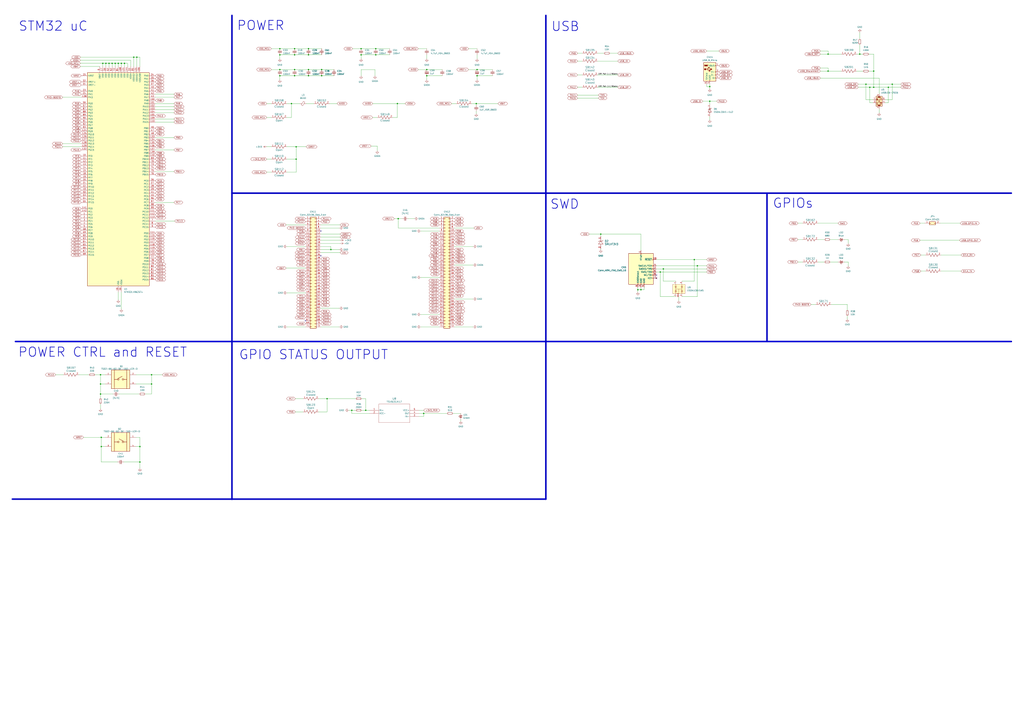
<source format=kicad_sch>
(kicad_sch (version 20231120) (generator "eeschema") (generator_version "8.0")
  (paper "A1")
  (lib_symbols
    (symbol "2025-01-04_16-17-05:TSV631AILT" (pin_names (offset 0.254))
      (property "Reference" "U" (at 20.32 10.16 0))
      (property "Value" "TSV631AILT" (at 20.32 7.62 0))
      (symbol "TSV631AILT_0_1"
        (pin input line (at 0 0 0) (length 7.62) (name "IN+") (number "1"))
        (pin power_in line (at 0 -2.54 0) (length 7.62) (name "VCC-") (number "2"))
        (pin input line (at 40.64 -5.08 180) (length 7.62) (name "IN-") (number "3"))
        (pin output line (at 40.64 -2.54 180) (length 7.62) (name "OUT") (number "4"))
        (pin power_in line (at 40.64 0 180) (length 7.62) (name "VCC+") (number "5"))
      )
    )
    (symbol "2025-01-08_22-06-10:SMLVT3V3" (pin_names (offset 0.254))
      (property "Reference" "CR" (at 0 0 0))
      (property "Value" "SMLVT3V3" (at 0 0 0))
      (symbol "SMLVT3V3_0_1"
        (pin unspecified line (at 0 0 0) (length 2.54) (name "") (number "1"))
        (pin unspecified line (at 10.16 0 180) (length 2.54) (name "") (number "2"))
      )
    )
    (symbol "Connector:Conn_ARM_JTAG_SWD_10" (pin_names (offset 1.016))
      (property "Reference" "J1" (at -12.065 1.2701 0))
      (property "Value" "Conn_ARM_JTAG_SWD_10" (at -12.065 -1.2699 0))
      (symbol "Conn_ARM_JTAG_SWD_10_1_1"
        (pin power_in line (at 0 15.24 270) (length 2.54) (name "VTref") (number "1"))
        (pin open_collector line (at 12.7 7.62 180) (length 2.54) (name "~{RESET}") (number "10"))
        (pin bidirectional line (at 12.7 0 180) (length 2.54) (name "SWDIO/TMS") (number "2"))
        (pin power_in line (at 0 -15.24 90) (length 2.54) (name "GND") (number "3"))
        (pin output line (at 12.7 2.54 180) (length 2.54) (name "SWCLK/TCK") (number "4"))
        (pin power_in line (at 2.54 -15.24 90) (length 2.54) (name "GND") (number "5"))
        (pin input line (at 12.7 -2.54 180) (length 2.54) (name "SWO/TDO") (number "6"))
        (pin no_connect line (at -10.16 0 0) (length 2.54) hide (name "KEY") (number "7"))
        (pin no_connect line (at 12.7 -7.62 180) (length 2.54) (name "KEY") (number "7"))
        (pin output line (at 12.7 -5.08 180) (length 2.54) (name "NC/TDI") (number "8"))
        (pin passive line (at -2.54 -15.24 90) (length 2.54) (name "GNDDetect") (number "9"))
      )
    )
    (symbol "Connector:USB_B_Micro" (pin_names (offset 1.016))
      (property "Reference" "J" (at -5.08 11.43 0))
      (property "Value" "USB_B_Micro" (at -5.08 8.89 0))
      (symbol "USB_B_Micro_1_1"
        (pin power_out line (at 7.62 5.08 180) (length 2.54) (name "VBUS") (number "1"))
        (pin bidirectional line (at 7.62 -2.54 180) (length 2.54) (name "D-") (number "2"))
        (pin bidirectional line (at 7.62 0 180) (length 2.54) (name "D+") (number "3"))
        (pin passive line (at 7.62 -5.08 180) (length 2.54) (name "ID") (number "4"))
        (pin power_out line (at 0 -10.16 90) (length 2.54) (name "GND") (number "5"))
        (pin passive line (at -2.54 -10.16 90) (length 2.54) (name "Shield") (number "6"))
      )
    )
    (symbol "Connector_Generic:Conn_02x01" (pin_names (offset 1.016) hide)
      (property "Reference" "J" (at 1.27 2.54 0))
      (property "Value" "Conn_02x01" (at 1.27 -2.54 0))
      (symbol "Conn_02x01_1_1"
        (pin passive line (at -5.08 0 0) (length 3.81) (name "Pin_1") (number "1"))
        (pin passive line (at 7.62 0 180) (length 3.81) (name "Pin_2") (number "2"))
      )
    )
    (symbol "Connector_Generic:Conn_02x36_Odd_Even" (pin_names (offset 1.016) hide)
      (property "Reference" "J" (at 1.27 45.72 0))
      (property "Value" "Conn_02x36_Odd_Even" (at 1.27 -48.26 0))
      (symbol "Conn_02x36_Odd_Even_1_1"
        (pin passive line (at -5.08 43.18 0) (length 3.81) (name "Pin_1") (number "1"))
        (pin passive line (at 7.62 33.02 180) (length 3.81) (name "Pin_10") (number "10"))
        (pin passive line (at -5.08 30.48 0) (length 3.81) (name "Pin_11") (number "11"))
        (pin passive line (at 7.62 30.48 180) (length 3.81) (name "Pin_12") (number "12"))
        (pin passive line (at -5.08 27.94 0) (length 3.81) (name "Pin_13") (number "13"))
        (pin passive line (at 7.62 27.94 180) (length 3.81) (name "Pin_14") (number "14"))
        (pin passive line (at -5.08 25.4 0) (length 3.81) (name "Pin_15") (number "15"))
        (pin passive line (at 7.62 25.4 180) (length 3.81) (name "Pin_16") (number "16"))
        (pin passive line (at -5.08 22.86 0) (length 3.81) (name "Pin_17") (number "17"))
        (pin passive line (at 7.62 22.86 180) (length 3.81) (name "Pin_18") (number "18"))
        (pin passive line (at -5.08 20.32 0) (length 3.81) (name "Pin_19") (number "19"))
        (pin passive line (at 7.62 43.18 180) (length 3.81) (name "Pin_2") (number "2"))
        (pin passive line (at 7.62 20.32 180) (length 3.81) (name "Pin_20") (number "20"))
        (pin passive line (at -5.08 17.78 0) (length 3.81) (name "Pin_21") (number "21"))
        (pin passive line (at 7.62 17.78 180) (length 3.81) (name "Pin_22") (number "22"))
        (pin passive line (at -5.08 15.24 0) (length 3.81) (name "Pin_23") (number "23"))
        (pin passive line (at 7.62 15.24 180) (length 3.81) (name "Pin_24") (number "24"))
        (pin passive line (at -5.08 12.7 0) (length 3.81) (name "Pin_25") (number "25"))
        (pin passive line (at 7.62 12.7 180) (length 3.81) (name "Pin_26") (number "26"))
        (pin passive line (at -5.08 10.16 0) (length 3.81) (name "Pin_27") (number "27"))
        (pin passive line (at 7.62 10.16 180) (length 3.81) (name "Pin_28") (number "28"))
        (pin passive line (at -5.08 7.62 0) (length 3.81) (name "Pin_29") (number "29"))
        (pin passive line (at -5.08 40.64 0) (length 3.81) (name "Pin_3") (number "3"))
        (pin passive line (at 7.62 7.62 180) (length 3.81) (name "Pin_30") (number "30"))
        (pin passive line (at -5.08 5.08 0) (length 3.81) (name "Pin_31") (number "31"))
        (pin passive line (at 7.62 5.08 180) (length 3.81) (name "Pin_32") (number "32"))
        (pin passive line (at -5.08 2.54 0) (length 3.81) (name "Pin_33") (number "33"))
        (pin passive line (at 7.62 2.54 180) (length 3.81) (name "Pin_34") (number "34"))
        (pin passive line (at -5.08 0 0) (length 3.81) (name "Pin_35") (number "35"))
        (pin passive line (at 7.62 0 180) (length 3.81) (name "Pin_36") (number "36"))
        (pin passive line (at -5.08 -2.54 0) (length 3.81) (name "Pin_37") (number "37"))
        (pin passive line (at 7.62 -2.54 180) (length 3.81) (name "Pin_38") (number "38"))
        (pin passive line (at -5.08 -5.08 0) (length 3.81) (name "Pin_39") (number "39"))
        (pin passive line (at 7.62 40.64 180) (length 3.81) (name "Pin_4") (number "4"))
        (pin passive line (at 7.62 -5.08 180) (length 3.81) (name "Pin_40") (number "40"))
        (pin passive line (at -5.08 -7.62 0) (length 3.81) (name "Pin_41") (number "41"))
        (pin passive line (at 7.62 -7.62 180) (length 3.81) (name "Pin_42") (number "42"))
        (pin passive line (at -5.08 -10.16 0) (length 3.81) (name "Pin_43") (number "43"))
        (pin passive line (at 7.62 -10.16 180) (length 3.81) (name "Pin_44") (number "44"))
        (pin passive line (at -5.08 -12.7 0) (length 3.81) (name "Pin_45") (number "45"))
        (pin passive line (at 7.62 -12.7 180) (length 3.81) (name "Pin_46") (number "46"))
        (pin passive line (at -5.08 -15.24 0) (length 3.81) (name "Pin_47") (number "47"))
        (pin passive line (at 7.62 -15.24 180) (length 3.81) (name "Pin_48") (number "48"))
        (pin passive line (at -5.08 -17.78 0) (length 3.81) (name "Pin_49") (number "49"))
        (pin passive line (at -5.08 38.1 0) (length 3.81) (name "Pin_5") (number "5"))
        (pin passive line (at 7.62 -17.78 180) (length 3.81) (name "Pin_50") (number "50"))
        (pin passive line (at -5.08 -20.32 0) (length 3.81) (name "Pin_51") (number "51"))
        (pin passive line (at 7.62 -20.32 180) (length 3.81) (name "Pin_52") (number "52"))
        (pin passive line (at -5.08 -22.86 0) (length 3.81) (name "Pin_53") (number "53"))
        (pin passive line (at 7.62 -22.86 180) (length 3.81) (name "Pin_54") (number "54"))
        (pin passive line (at -5.08 -25.4 0) (length 3.81) (name "Pin_55") (number "55"))
        (pin passive line (at 7.62 -25.4 180) (length 3.81) (name "Pin_56") (number "56"))
        (pin passive line (at -5.08 -27.94 0) (length 3.81) (name "Pin_57") (number "57"))
        (pin passive line (at 7.62 -27.94 180) (length 3.81) (name "Pin_58") (number "58"))
        (pin passive line (at -5.08 -30.48 0) (length 3.81) (name "Pin_59") (number "59"))
        (pin passive line (at 7.62 38.1 180) (length 3.81) (name "Pin_6") (number "6"))
        (pin passive line (at 7.62 -30.48 180) (length 3.81) (name "Pin_60") (number "60"))
        (pin passive line (at -5.08 -33.02 0) (length 3.81) (name "Pin_61") (number "61"))
        (pin passive line (at 7.62 -33.02 180) (length 3.81) (name "Pin_62") (number "62"))
        (pin passive line (at -5.08 -35.56 0) (length 3.81) (name "Pin_63") (number "63"))
        (pin passive line (at 7.62 -35.56 180) (length 3.81) (name "Pin_64") (number "64"))
        (pin passive line (at -5.08 -38.1 0) (length 3.81) (name "Pin_65") (number "65"))
        (pin passive line (at 7.62 -38.1 180) (length 3.81) (name "Pin_66") (number "66"))
        (pin passive line (at -5.08 -40.64 0) (length 3.81) (name "Pin_67") (number "67"))
        (pin passive line (at 7.62 -40.64 180) (length 3.81) (name "Pin_68") (number "68"))
        (pin passive line (at -5.08 -43.18 0) (length 3.81) (name "Pin_69") (number "69"))
        (pin passive line (at -5.08 35.56 0) (length 3.81) (name "Pin_7") (number "7"))
        (pin passive line (at 7.62 -43.18 180) (length 3.81) (name "Pin_70") (number "70"))
        (pin passive line (at -5.08 -45.72 0) (length 3.81) (name "Pin_71") (number "71"))
        (pin passive line (at 7.62 -45.72 180) (length 3.81) (name "Pin_72") (number "72"))
        (pin passive line (at 7.62 35.56 180) (length 3.81) (name "Pin_8") (number "8"))
        (pin passive line (at -5.08 33.02 0) (length 3.81) (name "Pin_9") (number "9"))
      )
    )
    (symbol "Device:C_Polarized_Small" (pin_numbers hide) (pin_names (offset 0.254) hide)
      (property "Reference" "C" (at 0.254 1.778 0))
      (property "Value" "C_Polarized_Small" (at 0.254 -2.032 0))
      (symbol "C_Polarized_Small_1_1"
        (pin passive line (at 0 2.54 270) (length 1.8542) (name "~") (number "1"))
        (pin passive line (at 0 -2.54 90) (length 1.8542) (name "~") (number "2"))
      )
    )
    (symbol "Device:C_Small" (pin_numbers hide) (pin_names (offset 0.254) hide)
      (property "Reference" "C" (at 0.254 1.778 0))
      (property "Value" "C_Small" (at 0.254 -2.032 0))
      (symbol "C_Small_1_1"
        (pin passive line (at 0 2.54 270) (length 2.032) (name "~") (number "1"))
        (pin passive line (at 0 -2.54 90) (length 2.032) (name "~") (number "2"))
      )
    )
    (symbol "Device:FerriteBead_Small" (pin_numbers hide) (pin_names (offset 0))
      (property "Reference" "FB" (at 1.905 1.27 0))
      (property "Value" "FerriteBead_Small" (at 1.905 -1.27 0))
      (symbol "FerriteBead_Small_1_1"
        (pin passive line (at 0 2.54 270) (length 1.27) (name "~") (number "1"))
        (pin passive line (at 0 -2.54 90) (length 1.27) (name "~") (number "2"))
      )
    )
    (symbol "Device:LED_Small" (pin_numbers hide) (pin_names (offset 0.254) hide)
      (property "Reference" "D" (at -1.27 3.175 0))
      (property "Value" "LED_Small" (at -4.445 -2.54 0))
      (symbol "LED_Small_1_1"
        (pin passive line (at -2.54 0 0) (length 1.778) (name "K") (number "1"))
        (pin passive line (at 2.54 0 180) (length 1.778) (name "A") (number "2"))
      )
    )
    (symbol "Device:R_Small" (pin_numbers hide) (pin_names (offset 0.254) hide)
      (property "Reference" "R" (at 0.762 0.508 0))
      (property "Value" "R_Small" (at 0.762 -1.016 0))
      (symbol "R_Small_1_1"
        (pin passive line (at 0 2.54 270) (length 0.762) (name "~") (number "1"))
        (pin passive line (at 0 -2.54 90) (length 0.762) (name "~") (number "2"))
      )
    )
    (symbol "ESDALC6V1-1U2:ESDALC6V1-1U2" (pin_names (offset 1.016))
      (property "Reference" "D" (at -5.08 2.54 0))
      (property "Value" "ESDALC6V1-1U2" (at -5.08 -3.81 0))
      (symbol "ESDALC6V1-1U2_0_0"
        (pin passive line (at 5.08 0 180) (length 2.54) (name "~") (number "1"))
        (pin passive line (at -5.08 0 0) (length 2.54) (name "~") (number "2"))
      )
    )
    (symbol "ESDALC6V1W5:ESDALC6V1W5" (pin_names (offset 1.016))
      (property "Reference" "U" (at -5.08 5.842 0))
      (property "Value" "ESDALC6V1W5" (at -5.08 -7.62 0))
      (symbol "ESDALC6V1W5_0_0"
        (pin bidirectional line (at -7.62 2.54 0) (length 2.54) (name "~") (number "1"))
        (pin bidirectional line (at -7.62 -2.54 0) (length 2.54) (name "~") (number "2"))
        (pin bidirectional line (at 5.08 -2.54 180) (length 2.54) (name "~") (number "3"))
        (pin bidirectional line (at 5.08 2.54 180) (length 2.54) (name "~") (number "4"))
        (pin power_in line (at -7.62 0 0) (length 2.54) (name "~") (number "GND"))
      )
    )
    (symbol "MCU_ST_STM32L4:STM32L496ZGTx"
      (property "Reference" "U" (at -25.4 90.17 0))
      (property "Value" "STM32L496ZGTx" (at 20.32 90.17 0))
      (symbol "STM32L496ZGTx_1_1"
        (pin bidirectional line (at -30.48 -27.94 0) (length 5.08) (name "PE2") (number "1"))
        (pin bidirectional line (at -30.48 20.32 0) (length 5.08) (name "PF0") (number "10"))
        (pin bidirectional line (at 30.48 66.04 180) (length 5.08) (name "PA8") (number "100"))
        (pin bidirectional line (at 30.48 63.5 180) (length 5.08) (name "PA9") (number "101"))
        (pin bidirectional line (at 30.48 60.96 180) (length 5.08) (name "PA10") (number "102"))
        (pin bidirectional line (at 30.48 58.42 180) (length 5.08) (name "PA11") (number "103"))
        (pin bidirectional line (at 30.48 55.88 180) (length 5.08) (name "PA12") (number "104"))
        (pin bidirectional line (at 30.48 53.34 180) (length 5.08) (name "PA13") (number "105"))
        (pin power_in line (at 17.78 93.98 270) (length 5.08) (name "VDDUSB") (number "106"))
        (pin passive line (at 0 -91.44 90) (length 5.08) hide (name "VSS") (number "107"))
        (pin power_in line (at 2.54 93.98 270) (length 5.08) (name "VDD") (number "108"))
        (pin bidirectional line (at 30.48 50.8 180) (length 5.08) (name "PA14") (number "109"))
        (pin bidirectional line (at -30.48 17.78 0) (length 5.08) (name "PF1") (number "11"))
        (pin bidirectional line (at 30.48 48.26 180) (length 5.08) (name "PA15") (number "110"))
        (pin bidirectional line (at 30.48 -25.4 180) (length 5.08) (name "PC10") (number "111"))
        (pin bidirectional line (at 30.48 -27.94 180) (length 5.08) (name "PC11") (number "112"))
        (pin bidirectional line (at 30.48 -30.48 180) (length 5.08) (name "PC12") (number "113"))
        (pin bidirectional line (at 30.48 -43.18 180) (length 5.08) (name "PD0") (number "114"))
        (pin bidirectional line (at 30.48 -45.72 180) (length 5.08) (name "PD1") (number "115"))
        (pin bidirectional line (at 30.48 -48.26 180) (length 5.08) (name "PD2") (number "116"))
        (pin bidirectional line (at 30.48 -50.8 180) (length 5.08) (name "PD3") (number "117"))
        (pin bidirectional line (at 30.48 -53.34 180) (length 5.08) (name "PD4") (number "118"))
        (pin bidirectional line (at 30.48 -55.88 180) (length 5.08) (name "PD5") (number "119"))
        (pin bidirectional line (at -30.48 15.24 0) (length 5.08) (name "PF2") (number "12"))
        (pin passive line (at 0 -91.44 90) (length 5.08) hide (name "VSS") (number "120"))
        (pin power_in line (at 5.08 93.98 270) (length 5.08) (name "VDD") (number "121"))
        (pin bidirectional line (at 30.48 -58.42 180) (length 5.08) (name "PD6") (number "122"))
        (pin bidirectional line (at 30.48 -60.96 180) (length 5.08) (name "PD7") (number "123"))
        (pin bidirectional line (at -30.48 40.64 0) (length 5.08) (name "PG9") (number "124"))
        (pin bidirectional line (at -30.48 38.1 0) (length 5.08) (name "PG10") (number "125"))
        (pin bidirectional line (at -30.48 35.56 0) (length 5.08) (name "PG11") (number "126"))
        (pin bidirectional line (at -30.48 33.02 0) (length 5.08) (name "PG12") (number "127"))
        (pin bidirectional line (at -30.48 30.48 0) (length 5.08) (name "PG13") (number "128"))
        (pin bidirectional line (at -30.48 27.94 0) (length 5.08) (name "PG14") (number "129"))
        (pin bidirectional line (at -30.48 12.7 0) (length 5.08) (name "PF3") (number "13"))
        (pin passive line (at 0 -91.44 90) (length 5.08) hide (name "VSS") (number "130"))
        (pin power_in line (at 15.24 93.98 270) (length 5.08) (name "VDDIO2") (number "131"))
        (pin bidirectional line (at -30.48 25.4 0) (length 5.08) (name "PG15") (number "132"))
        (pin bidirectional line (at 30.48 35.56 180) (length 5.08) (name "PB3") (number "133"))
        (pin bidirectional line (at 30.48 33.02 180) (length 5.08) (name "PB4") (number "134"))
        (pin bidirectional line (at 30.48 30.48 180) (length 5.08) (name "PB5") (number "135"))
        (pin bidirectional line (at 30.48 27.94 180) (length 5.08) (name "PB6") (number "136"))
        (pin bidirectional line (at 30.48 25.4 180) (length 5.08) (name "PB7") (number "137"))
        (pin bidirectional line (at -30.48 68.58 0) (length 5.08) (name "PH3") (number "138"))
        (pin bidirectional line (at 30.48 22.86 180) (length 5.08) (name "PB8") (number "139"))
        (pin bidirectional line (at -30.48 10.16 0) (length 5.08) (name "PF4") (number "14"))
        (pin bidirectional line (at 30.48 20.32 180) (length 5.08) (name "PB9") (number "140"))
        (pin bidirectional line (at -30.48 -22.86 0) (length 5.08) (name "PE0") (number "141"))
        (pin bidirectional line (at -30.48 -25.4 0) (length 5.08) (name "PE1") (number "142"))
        (pin passive line (at 0 -91.44 90) (length 5.08) hide (name "VSS") (number "143"))
        (pin power_in line (at 7.62 93.98 270) (length 5.08) (name "VDD") (number "144"))
        (pin bidirectional line (at -30.48 7.62 0) (length 5.08) (name "PF5") (number "15"))
        (pin power_in line (at 0 -91.44 90) (length 5.08) (name "VSS") (number "16"))
        (pin power_in line (at -12.7 93.98 270) (length 5.08) (name "VDD") (number "17"))
        (pin bidirectional line (at -30.48 5.08 0) (length 5.08) (name "PF6") (number "18"))
        (pin bidirectional line (at -30.48 2.54 0) (length 5.08) (name "PF7") (number "19"))
        (pin bidirectional line (at -30.48 -30.48 0) (length 5.08) (name "PE3") (number "2"))
        (pin bidirectional line (at -30.48 0 0) (length 5.08) (name "PF8") (number "20"))
        (pin bidirectional line (at -30.48 -2.54 0) (length 5.08) (name "PF9") (number "21"))
        (pin bidirectional line (at -30.48 -5.08 0) (length 5.08) (name "PF10") (number "22"))
        (pin bidirectional line (at -30.48 73.66 0) (length 5.08) (name "PH0") (number "23"))
        (pin bidirectional line (at -30.48 71.12 0) (length 5.08) (name "PH1") (number "24"))
        (pin input line (at -30.48 86.36 0) (length 5.08) (name "NRST") (number "25"))
        (pin bidirectional line (at 30.48 0 180) (length 5.08) (name "PC0") (number "26"))
        (pin bidirectional line (at 30.48 -2.54 180) (length 5.08) (name "PC1") (number "27"))
        (pin bidirectional line (at 30.48 -5.08 180) (length 5.08) (name "PC2") (number "28"))
        (pin bidirectional line (at 30.48 -7.62 180) (length 5.08) (name "PC3") (number "29"))
        (pin bidirectional line (at -30.48 -33.02 0) (length 5.08) (name "PE4") (number "3"))
        (pin power_in line (at 2.54 -91.44 90) (length 5.08) (name "VSSA") (number "30"))
        (pin input line (at -30.48 78.74 0) (length 5.08) (name "VREF-") (number "31"))
        (pin input line (at -30.48 81.28 0) (length 5.08) (name "VREF+") (number "32"))
        (pin power_in line (at 10.16 93.98 270) (length 5.08) (name "VDDA") (number "33"))
        (pin bidirectional line (at 30.48 86.36 180) (length 5.08) (name "PA0") (number "34"))
        (pin bidirectional line (at 30.48 83.82 180) (length 5.08) (name "PA1") (number "35"))
        (pin bidirectional line (at 30.48 81.28 180) (length 5.08) (name "PA2") (number "36"))
        (pin bidirectional line (at 30.48 78.74 180) (length 5.08) (name "PA3") (number "37"))
        (pin passive line (at 0 -91.44 90) (length 5.08) hide (name "VSS") (number "38"))
        (pin power_in line (at -10.16 93.98 270) (length 5.08) (name "VDD") (number "39"))
        (pin bidirectional line (at -30.48 -35.56 0) (length 5.08) (name "PE5") (number "4"))
        (pin bidirectional line (at 30.48 76.2 180) (length 5.08) (name "PA4") (number "40"))
        (pin bidirectional line (at 30.48 73.66 180) (length 5.08) (name "PA5") (number "41"))
        (pin bidirectional line (at 30.48 71.12 180) (length 5.08) (name "PA6") (number "42"))
        (pin bidirectional line (at 30.48 68.58 180) (length 5.08) (name "PA7") (number "43"))
        (pin bidirectional line (at 30.48 -10.16 180) (length 5.08) (name "PC4") (number "44"))
        (pin bidirectional line (at 30.48 -12.7 180) (length 5.08) (name "PC5") (number "45"))
        (pin bidirectional line (at 30.48 43.18 180) (length 5.08) (name "PB0") (number "46"))
        (pin bidirectional line (at 30.48 40.64 180) (length 5.08) (name "PB1") (number "47"))
        (pin bidirectional line (at 30.48 38.1 180) (length 5.08) (name "PB2") (number "48"))
        (pin bidirectional line (at -30.48 -7.62 0) (length 5.08) (name "PF11") (number "49"))
        (pin bidirectional line (at -30.48 -38.1 0) (length 5.08) (name "PE6") (number "5"))
        (pin bidirectional line (at -30.48 -10.16 0) (length 5.08) (name "PF12") (number "50"))
        (pin passive line (at 0 -91.44 90) (length 5.08) hide (name "VSS") (number "51"))
        (pin power_in line (at -7.62 93.98 270) (length 5.08) (name "VDD") (number "52"))
        (pin bidirectional line (at -30.48 -12.7 0) (length 5.08) (name "PF13") (number "53"))
        (pin bidirectional line (at -30.48 -15.24 0) (length 5.08) (name "PF14") (number "54"))
        (pin bidirectional line (at -30.48 -17.78 0) (length 5.08) (name "PF15") (number "55"))
        (pin bidirectional line (at -30.48 63.5 0) (length 5.08) (name "PG0") (number "56"))
        (pin bidirectional line (at -30.48 60.96 0) (length 5.08) (name "PG1") (number "57"))
        (pin bidirectional line (at -30.48 -40.64 0) (length 5.08) (name "PE7") (number "58"))
        (pin bidirectional line (at -30.48 -43.18 0) (length 5.08) (name "PE8") (number "59"))
        (pin power_in line (at -15.24 93.98 270) (length 5.08) (name "VBAT") (number "6"))
        (pin bidirectional line (at -30.48 -45.72 0) (length 5.08) (name "PE9") (number "60"))
        (pin passive line (at 0 -91.44 90) (length 5.08) hide (name "VSS") (number "61"))
        (pin power_in line (at -5.08 93.98 270) (length 5.08) (name "VDD") (number "62"))
        (pin bidirectional line (at -30.48 -48.26 0) (length 5.08) (name "PE10") (number "63"))
        (pin bidirectional line (at -30.48 -50.8 0) (length 5.08) (name "PE11") (number "64"))
        (pin bidirectional line (at -30.48 -53.34 0) (length 5.08) (name "PE12") (number "65"))
        (pin bidirectional line (at -30.48 -55.88 0) (length 5.08) (name "PE13") (number "66"))
        (pin bidirectional line (at -30.48 -58.42 0) (length 5.08) (name "PE14") (number "67"))
        (pin bidirectional line (at -30.48 -60.96 0) (length 5.08) (name "PE15") (number "68"))
        (pin bidirectional line (at 30.48 17.78 180) (length 5.08) (name "PB10") (number "69"))
        (pin bidirectional line (at 30.48 -33.02 180) (length 5.08) (name "PC13") (number "7"))
        (pin bidirectional line (at 30.48 15.24 180) (length 5.08) (name "PB11") (number "70"))
        (pin passive line (at 0 -91.44 90) (length 5.08) hide (name "VSS") (number "71"))
        (pin power_in line (at -2.54 93.98 270) (length 5.08) (name "VDD") (number "72"))
        (pin bidirectional line (at 30.48 12.7 180) (length 5.08) (name "PB12") (number "73"))
        (pin bidirectional line (at 30.48 10.16 180) (length 5.08) (name "PB13") (number "74"))
        (pin bidirectional line (at 30.48 7.62 180) (length 5.08) (name "PB14") (number "75"))
        (pin bidirectional line (at 30.48 5.08 180) (length 5.08) (name "PB15") (number "76"))
        (pin bidirectional line (at 30.48 -63.5 180) (length 5.08) (name "PD8") (number "77"))
        (pin bidirectional line (at 30.48 -66.04 180) (length 5.08) (name "PD9") (number "78"))
        (pin bidirectional line (at 30.48 -68.58 180) (length 5.08) (name "PD10") (number "79"))
        (pin bidirectional line (at 30.48 -35.56 180) (length 5.08) (name "PC14") (number "8"))
        (pin bidirectional line (at 30.48 -71.12 180) (length 5.08) (name "PD11") (number "80"))
        (pin bidirectional line (at 30.48 -73.66 180) (length 5.08) (name "PD12") (number "81"))
        (pin bidirectional line (at 30.48 -76.2 180) (length 5.08) (name "PD13") (number "82"))
        (pin passive line (at 0 -91.44 90) (length 5.08) hide (name "VSS") (number "83"))
        (pin power_in line (at 0 93.98 270) (length 5.08) (name "VDD") (number "84"))
        (pin bidirectional line (at 30.48 -78.74 180) (length 5.08) (name "PD14") (number "85"))
        (pin bidirectional line (at 30.48 -81.28 180) (length 5.08) (name "PD15") (number "86"))
        (pin bidirectional line (at -30.48 58.42 0) (length 5.08) (name "PG2") (number "87"))
        (pin bidirectional line (at -30.48 55.88 0) (length 5.08) (name "PG3") (number "88"))
        (pin bidirectional line (at -30.48 53.34 0) (length 5.08) (name "PG4") (number "89"))
        (pin bidirectional line (at 30.48 -38.1 180) (length 5.08) (name "PC15") (number "9"))
        (pin bidirectional line (at -30.48 50.8 0) (length 5.08) (name "PG5") (number "90"))
        (pin bidirectional line (at -30.48 48.26 0) (length 5.08) (name "PG6") (number "91"))
        (pin bidirectional line (at -30.48 45.72 0) (length 5.08) (name "PG7") (number "92"))
        (pin bidirectional line (at -30.48 43.18 0) (length 5.08) (name "PG8") (number "93"))
        (pin passive line (at 0 -91.44 90) (length 5.08) hide (name "VSS") (number "94"))
        (pin power_in line (at 12.7 93.98 270) (length 5.08) (name "VDDIO2") (number "95"))
        (pin bidirectional line (at 30.48 -15.24 180) (length 5.08) (name "PC6") (number "96"))
        (pin bidirectional line (at 30.48 -17.78 180) (length 5.08) (name "PC7") (number "97"))
        (pin bidirectional line (at 30.48 -20.32 180) (length 5.08) (name "PC8") (number "98"))
        (pin bidirectional line (at 30.48 -22.86 180) (length 5.08) (name "PC9") (number "99"))
      )
    )
    (symbol "Power_Protection:USBLC6-2SC6" (pin_names hide)
      (property "Reference" "U" (at 0.635 5.715 0))
      (property "Value" "USBLC6-2SC6" (at 0.635 3.81 0))
      (symbol "USBLC6-2SC6_1_1"
        (pin passive line (at -5.08 0 0) (length 2.54) (name "I/O1") (number "1"))
        (pin passive line (at 0 -7.62 90) (length 2.54) (name "GND") (number "2"))
        (pin passive line (at -5.08 -2.54 0) (length 2.54) (name "I/O2") (number "3"))
        (pin passive line (at 5.08 -2.54 180) (length 2.54) (name "I/O2") (number "4"))
        (pin passive line (at 0 5.08 270) (length 2.54) (name "VBUS") (number "5"))
        (pin passive line (at 5.08 0 180) (length 2.54) (name "I/O1") (number "6"))
      )
    )
    (symbol "RC0603JR-070RL:RC0603JR-070RL" (pin_names (offset 0.254))
      (property "Reference" "R" (at 5.715 3.81 0))
      (property "Value" "RC0603JR-070RL" (at 6.35 -3.81 0))
      (symbol "RC0603JR-070RL_1_1"
        (pin unspecified line (at 0 0 0) (length 2.54) (name "") (number "1"))
        (pin unspecified line (at 12.7 0 180) (length 2.54) (name "") (number "2"))
      )
      (symbol "RC0603JR-070RL_1_2"
        (pin unspecified line (at 0 12.7 270) (length 2.54) (name "") (number "1"))
        (pin unspecified line (at 0 0 90) (length 2.54) (name "") (number "2"))
      )
    )
    (symbol "TS02-66-60-BK-160-LCR-D:TS02-66-60-BK-160-LCR-D" (pin_names (offset 1.016))
      (property "Reference" "S1" (at 1.778 13.208 0))
      (property "Value" "TS02-66-60-BK-160-LCR-D" (at 3.556 11.176 0))
      (symbol "TS02-66-60-BK-160-LCR-D_1_0"
        (pin passive line (at 15.24 6.35 180) (length 5.08) (name "~") (number "1"))
        (pin passive line (at -10.16 6.35 0) (length 5.08) (name "~") (number "2"))
        (pin passive line (at -10.16 -1.27 0) (length 5.08) (name "~") (number "3"))
        (pin passive line (at 15.24 -1.27 180) (length 5.08) (name "~") (number "4"))
      )
    )
    (symbol "power:+3V3" (power) (pin_numbers hide) (pin_names (offset 0) hide)
      (property "Value" "+3V3" (at 0 3.556 0))
      (symbol "+3V3_1_1"
        (pin power_in line (at 0 0 90) (length 0) (name "~") (number "1"))
      )
    )
    (symbol "power:+5V" (power) (pin_numbers hide) (pin_names (offset 0) hide)
      (property "Value" "+5V" (at 0 3.556 0))
      (symbol "+5V_1_1"
        (pin power_in line (at 0 0 90) (length 0) (name "~") (number "1"))
      )
    )
    (symbol "power:GND" (power) (pin_numbers hide) (pin_names (offset 0) hide)
      (property "Value" "GND" (at 0 -3.81 0))
      (symbol "GND_1_1"
        (pin power_in line (at 0 0 270) (length 0) (name "~") (number "1"))
      )
    )
    (symbol "power:GNDA" (power) (pin_numbers hide) (pin_names (offset 0) hide)
      (property "Value" "GNDA" (at 0 -3.81 0))
      (symbol "GNDA_1_1"
        (pin power_in line (at 0 0 270) (length 0) (name "~") (number "1"))
      )
    )
  )
  (junction (at 253.365 62.23))
  (junction (at 391.16 85.09))
  (junction (at 112.395 46.99))
  (junction (at 241.935 57.15))
  (junction (at 296.545 40.005))
  (junction (at 241.935 40.005))
  (junction (at 308.61 40.005))
  (junction (at 706.12 44.45))
  (junction (at 391.795 57.15))
  (junction (at 253.365 45.085))
  (junction (at 92.075 52.07))
  (junction (at 243.205 120.65))
  (junction (at 83.185 367.03))
  (junction (at 86.995 52.07))
  (junction (at 124.46 315.595))
  (junction (at 114.935 367.03))
  (junction (at 347.98 339.725))
  (junction (at 288.925 337.185))
  (junction (at 350.52 57.15))
  (junction (at 229.87 45.085))
  (junction (at 82.55 307.975))
  (junction (at 82.55 323.85))
  (junction (at 493.395 192.405))
  (junction (at 350.52 62.23))
  (junction (at 102.235 52.07))
  (junction (at 271.78 205.105))
  (junction (at 526.415 238.125))
  (junction (at 241.935 45.085))
  (junction (at 523.875 238.125))
  (junction (at 229.87 40.005))
  (junction (at 680.085 44.45))
  (junction (at 124.46 307.975))
  (junction (at 253.365 57.15))
  (junction (at 264.16 62.23))
  (junction (at 327.025 179.705))
  (junction (at 83.185 359.41))
  (junction (at 300.355 337.185))
  (junction (at 239.395 85.09))
  (junction (at 109.855 46.99))
  (junction (at 717.55 58.42))
  (junction (at 582.93 83.185))
  (junction (at 714.375 71.755))
  (junction (at 680.085 58.42))
  (junction (at 82.55 315.595))
  (junction (at 544.83 220.98))
  (junction (at 729.615 71.755))
  (junction (at 391.795 62.23))
  (junction (at 268.605 327.66))
  (junction (at 542.29 223.52))
  (junction (at 229.87 62.23))
  (junction (at 243.205 130.81))
  (junction (at 717.55 71.755))
  (junction (at 711.2 69.215))
  (junction (at 89.535 52.07))
  (junction (at 94.615 52.07))
  (junction (at 114.935 379.73))
  (junction (at 326.39 85.09))
  (junction (at 572.77 218.44))
  (junction (at 732.79 69.215))
  (junction (at 253.365 40.005))
  (junction (at 570.23 213.36))
  (junction (at 99.695 52.07))
  (junction (at 84.455 52.07))
  (junction (at 296.545 45.085))
  (junction (at 264.16 57.15))
  (junction (at 582.93 71.12))
  (junction (at 97.155 52.07))
  (junction (at 308.61 45.085))
  (junction (at 229.87 57.15))
  (junction (at 241.935 62.23))
  (no_connect (at 539.115 228.6))
  (no_connect (at 250.825 263.525))
  (no_connect (at 263.525 210.185))
  (no_connect (at 539.115 226.06))
  (no_connect (at 263.525 189.865))
  (wire (pts (xy 264.16 62.23) (xy 274.32 62.23)))
  (wire (pts (xy 111.76 315.595) (xy 124.46 315.595)))
  (wire (pts (xy 713.74 58.42) (xy 717.55 58.42)))
  (wire (pts (xy 288.925 337.185) (xy 292.1 337.185)))
  (wire (pts (xy 234.95 220.345) (xy 250.825 220.345)))
  (wire (pts (xy 143.51 181.61) (xy 127.635 181.61)))
  (wire (pts (xy 239.395 85.09) (xy 246.38 85.09)))
  (wire (pts (xy 580.39 218.44) (xy 572.77 218.44)))
  (wire (pts (xy 554.99 243.84) (xy 542.29 243.84)))
  (wire (pts (xy 708.66 58.42) (xy 703.58 58.42)))
  (wire (pts (xy 373.38 245.745) (xy 388.62 245.745)))
  (wire (pts (xy 755.65 197.485) (xy 788.035 197.485)))
  (wire (pts (xy 142.875 113.03) (xy 127.635 113.03)))
  (wire (pts (xy 300.355 337.185) (xy 303.53 337.185)))
  (wire (pts (xy 253.365 45.085) (xy 264.16 45.085)))
  (wire (pts (xy 142.875 87.63) (xy 127.635 87.63)))
  (wire (pts (xy 102.235 52.07) (xy 104.775 52.07)))
  (wire (pts (xy 286.385 337.185) (xy 288.925 337.185)))
  (wire (pts (xy 263.525 194.945) (xy 279.4 194.945)))
  (wire (pts (xy 580.39 41.91) (xy 590.55 41.91)))
  (wire (pts (xy 714.375 71.755) (xy 714.375 84.455)))
  (wire (pts (xy 493.395 204.47) (xy 493.395 205.105)))
  (wire (pts (xy 732.79 69.215) (xy 711.2 69.215)))
  (wire (pts (xy 296.545 48.26) (xy 296.545 45.085)))
  (polyline (pts (xy 190.5 280.67) (xy 190.5 410.21)) (stroke (width 1.27)))
  (wire (pts (xy 523.875 240.03) (xy 523.875 238.125)))
  (wire (pts (xy 51.435 118.11) (xy 66.675 118.11)))
  (wire (pts (xy 582.93 73.025) (xy 582.93 71.12)))
  (wire (pts (xy 142.875 92.71) (xy 127.635 92.71)))
  (wire (pts (xy 243.205 120.65) (xy 251.46 120.65)))
  (wire (pts (xy 97.155 54.61) (xy 97.155 52.07)))
  (wire (pts (xy 278.765 253.365) (xy 263.525 253.365)))
  (wire (pts (xy 669.925 250.19) (xy 666.115 250.19)))
  (wire (pts (xy 717.55 71.755) (xy 714.375 71.755)))
  (wire (pts (xy 97.155 52.07) (xy 94.615 52.07)))
  (wire (pts (xy 378.46 346.075) (xy 378.46 344.805)))
  (wire (pts (xy 235.585 240.665) (xy 250.825 240.665)))
  (wire (pts (xy 239.395 85.09) (xy 239.395 96.52)))
  (wire (pts (xy 235.585 96.52) (xy 239.395 96.52)))
  (wire (pts (xy 94.615 52.07) (xy 94.615 54.61)))
  (wire (pts (xy 490.855 43.815) (xy 495.935 43.815)))
  (wire (pts (xy 243.205 141.605) (xy 243.205 130.81)))
  (wire (pts (xy 297.18 337.185) (xy 300.355 337.185)))
  (wire (pts (xy 717.55 58.42) (xy 717.55 71.755)))
  (wire (pts (xy 580.39 71.12) (xy 582.93 71.12)))
  (wire (pts (xy 102.235 54.61) (xy 102.235 52.07)))
  (wire (pts (xy 104.775 54.61) (xy 104.775 52.07)))
  (wire (pts (xy 306.07 85.09) (xy 326.39 85.09)))
  (wire (pts (xy 350.52 62.23) (xy 350.52 65.405)))
  (wire (pts (xy 673.735 55.88) (xy 680.085 55.88)))
  (wire (pts (xy 526.415 236.22) (xy 526.415 238.125)))
  (wire (pts (xy 680.085 55.88) (xy 680.085 58.42)))
  (wire (pts (xy 96.52 379.73) (xy 83.185 379.73)))
  (wire (pts (xy 97.155 240.03) (xy 97.155 246.38)))
  (wire (pts (xy 222.885 40.005) (xy 229.87 40.005)))
  (wire (pts (xy 490.855 71.755) (xy 507.365 71.755)))
  (wire (pts (xy 673.735 44.45) (xy 680.085 44.45)))
  (wire (pts (xy 142.875 166.37) (xy 127.635 166.37)))
  (polyline (pts (xy 190.5 12.7) (xy 190.5 280.67)) (stroke (width 1.27)))
  (wire (pts (xy 716.915 81.915) (xy 711.2 81.915)))
  (wire (pts (xy 580.39 69.215) (xy 580.39 71.12)))
  (wire (pts (xy 142.875 97.79) (xy 127.635 97.79)))
  (wire (pts (xy 490.855 50.165) (xy 507.365 50.165)))
  (wire (pts (xy 384.81 40.005) (xy 391.795 40.005)))
  (wire (pts (xy 326.39 85.09) (xy 326.39 96.52)))
  (wire (pts (xy 66.675 80.01) (xy 51.435 80.01)))
  (wire (pts (xy 235.585 202.565) (xy 250.825 202.565)))
  (wire (pts (xy 219.075 120.65) (xy 222.885 120.65)))
  (wire (pts (xy 234.95 184.785) (xy 250.825 184.785)))
  (wire (pts (xy 391.795 62.23) (xy 391.795 65.405)))
  (wire (pts (xy 89.535 54.61) (xy 89.535 52.07)))
  (wire (pts (xy 363.22 62.23) (xy 350.52 62.23)))
  (wire (pts (xy 493.395 194.31) (xy 493.395 192.405)))
  (wire (pts (xy 229.87 45.085) (xy 241.935 45.085)))
  (wire (pts (xy 490.855 61.595) (xy 507.365 61.595)))
  (wire (pts (xy 89.535 52.07) (xy 92.075 52.07)))
  (wire (pts (xy 124.46 315.595) (xy 124.46 323.85)))
  (wire (pts (xy 222.885 57.15) (xy 229.87 57.15)))
  (wire (pts (xy 241.935 62.23) (xy 253.365 62.23)))
  (wire (pts (xy 582.93 71.12) (xy 582.93 69.215)))
  (wire (pts (xy 253.365 62.23) (xy 264.16 62.23)))
  (wire (pts (xy 309.88 120.015) (xy 309.88 123.825)))
  (wire (pts (xy 142.875 90.17) (xy 127.635 90.17)))
  (wire (pts (xy 78.105 307.975) (xy 82.55 307.975)))
  (wire (pts (xy 370.84 85.09) (xy 374.65 85.09)))
  (wire (pts (xy 107.315 49.53) (xy 107.315 54.61)))
  (wire (pts (xy 112.395 46.99) (xy 109.855 46.99)))
  (wire (pts (xy 327.025 179.705) (xy 330.2 179.705)))
  (wire (pts (xy 229.87 48.26) (xy 229.87 45.085)))
  (wire (pts (xy 572.77 243.84) (xy 560.07 243.84)))
  (wire (pts (xy 706.12 31.75) (xy 706.12 26.67)))
  (wire (pts (xy 326.39 85.09) (xy 332.74 85.09)))
  (wire (pts (xy 580.39 223.52) (xy 542.29 223.52)))
  (wire (pts (xy 673.735 64.135) (xy 721.995 64.135)))
  (polyline (pts (xy 12.7 280.67) (xy 190.5 280.67)) (stroke (width 1.27)))
  (polyline (pts (xy 448.31 280.67) (xy 629.92 280.67)) (stroke (width 1.27)))
  (wire (pts (xy 308.61 45.085) (xy 320.04 45.085)))
  (wire (pts (xy 711.2 69.215) (xy 704.85 69.215)))
  (wire (pts (xy 263.525 197.485) (xy 279.4 197.485)))
  (wire (pts (xy 360.68 189.865) (xy 345.44 189.865)))
  (wire (pts (xy 680.085 41.91) (xy 680.085 44.45)))
  (wire (pts (xy 86.36 367.03) (xy 83.185 367.03)))
  (wire (pts (xy 713.74 44.45) (xy 717.55 44.45)))
  (wire (pts (xy 673.735 58.42) (xy 680.085 58.42)))
  (wire (pts (xy 304.8 120.015) (xy 309.88 120.015)))
  (wire (pts (xy 572.77 218.44) (xy 539.115 218.44)))
  (wire (pts (xy 219.075 85.09) (xy 222.885 85.09)))
  (polyline (pts (xy 448.31 280.67) (xy 190.5 280.67)) (stroke (width 1.27)))
  (wire (pts (xy 101.6 379.73) (xy 114.935 379.73)))
  (polyline (pts (xy 448.31 158.75) (xy 830.58 158.75)) (stroke (width 1.27)))
  (wire (pts (xy 263.525 200.025) (xy 279.4 200.025)))
  (wire (pts (xy 92.075 54.61) (xy 92.075 52.07)))
  (wire (pts (xy 142.875 85.09) (xy 127.635 85.09)))
  (wire (pts (xy 92.075 52.07) (xy 94.615 52.07)))
  (wire (pts (xy 66.04 54.61) (xy 81.915 54.61)))
  (wire (pts (xy 235.585 130.81) (xy 243.205 130.81)))
  (wire (pts (xy 760.095 209.55) (xy 756.285 209.55)))
  (wire (pts (xy 544.83 220.98) (xy 539.115 220.98)))
  (wire (pts (xy 474.345 61.595) (xy 478.155 61.595)))
  (wire (pts (xy 89.535 52.07) (xy 86.995 52.07)))
  (wire (pts (xy 288.925 339.725) (xy 288.925 337.185)))
  (wire (pts (xy 114.935 54.61) (xy 114.935 46.99)))
  (wire (pts (xy 86.36 359.41) (xy 83.185 359.41)))
  (wire (pts (xy 229.87 62.23) (xy 241.935 62.23)))
  (wire (pts (xy 708.66 44.45) (xy 706.12 44.45)))
  (wire (pts (xy 523.875 238.125) (xy 523.875 236.22)))
  (wire (pts (xy 97.155 52.07) (xy 99.695 52.07)))
  (wire (pts (xy 528.955 236.22) (xy 528.955 238.125)))
  (wire (pts (xy 82.55 323.85) (xy 82.55 327.025)))
  (wire (pts (xy 82.55 307.975) (xy 82.55 315.595)))
  (wire (pts (xy 253.365 40.005) (xy 264.16 40.005)))
  (wire (pts (xy 716.915 84.455) (xy 714.375 84.455)))
  (wire (pts (xy 268.605 338.455) (xy 268.605 327.66)))
  (wire (pts (xy 483.87 192.405) (xy 493.395 192.405)))
  (wire (pts (xy 570.23 213.36) (xy 539.115 213.36)))
  (wire (pts (xy 335.28 179.705) (xy 340.36 179.705)))
  (wire (pts (xy 297.18 327.66) (xy 300.355 327.66)))
  (wire (pts (xy 322.58 96.52) (xy 326.39 96.52)))
  (wire (pts (xy 235.585 268.605) (xy 250.825 268.605)))
  (wire (pts (xy 278.765 205.105) (xy 271.78 205.105)))
  (wire (pts (xy 373.38 268.605) (xy 388.62 268.605)))
  (wire (pts (xy 82.55 315.595) (xy 82.55 323.85)))
  (wire (pts (xy 243.205 130.81) (xy 243.205 120.65)))
  (wire (pts (xy 82.55 335.915) (xy 82.55 332.105)))
  (wire (pts (xy 732.79 81.915) (xy 727.075 81.915)))
  (wire (pts (xy 367.03 339.725) (xy 347.98 339.725)))
  (wire (pts (xy 124.46 323.85) (xy 119.38 323.85)))
  (wire (pts (xy 772.16 183.515) (xy 788.67 183.515)))
  (wire (pts (xy 264.16 57.15) (xy 274.32 57.15)))
  (wire (pts (xy 554.99 231.14) (xy 544.83 231.14)))
  (wire (pts (xy 360.68 268.605) (xy 345.44 268.605)))
  (wire (pts (xy 83.185 379.73) (xy 83.185 367.03)))
  (wire (pts (xy 706.12 44.45) (xy 703.58 44.45)))
  (wire (pts (xy 114.935 384.81) (xy 114.935 379.73)))
  (wire (pts (xy 673.735 41.91) (xy 680.085 41.91)))
  (wire (pts (xy 729.615 84.455) (xy 727.075 84.455)))
  (wire (pts (xy 682.625 250.19) (xy 695.96 250.19)))
  (wire (pts (xy 690.88 58.42) (xy 680.085 58.42)))
  (wire (pts (xy 229.87 40.005) (xy 241.935 40.005)))
  (wire (pts (xy 739.775 71.755) (xy 729.615 71.755)))
  (wire (pts (xy 542.29 243.84) (xy 542.29 223.52)))
  (wire (pts (xy 296.545 57.15) (xy 307.975 57.15)))
  (wire (pts (xy 714.375 71.755) (xy 704.85 71.755)))
  (wire (pts (xy 544.83 231.14) (xy 544.83 220.98)))
  (wire (pts (xy 241.935 40.005) (xy 253.365 40.005)))
  (wire (pts (xy 572.77 218.44) (xy 572.77 243.84)))
  (wire (pts (xy 66.04 52.07) (xy 84.455 52.07)))
  (wire (pts (xy 111.76 359.41) (xy 114.935 359.41)))
  (wire (pts (xy 695.96 250.19) (xy 695.96 254.635)))
  (wire (pts (xy 391.16 85.09) (xy 408.94 85.09)))
  (wire (pts (xy 760.095 222.885) (xy 756.285 222.885)))
  (wire (pts (xy 570.23 213.36) (xy 570.23 231.14)))
  (wire (pts (xy 671.83 196.85) (xy 676.91 196.85)))
  (wire (pts (xy 263.525 207.645) (xy 279.4 207.645)))
  (wire (pts (xy 350.52 48.26) (xy 350.52 45.085)))
  (wire (pts (xy 111.76 367.03) (xy 114.935 367.03)))
  (wire (pts (xy 526.415 238.125) (xy 523.875 238.125)))
  (wire (pts (xy 296.545 40.005) (xy 308.61 40.005)))
  (wire (pts (xy 68.58 359.41) (xy 83.185 359.41)))
  (wire (pts (xy 263.525 202.565) (xy 271.78 202.565)))
  (wire (pts (xy 263.525 187.325) (xy 278.765 187.325)))
  (wire (pts (xy 478.155 50.165) (xy 474.345 50.165)))
  (wire (pts (xy 66.675 120.65) (xy 51.435 120.65)))
  (wire (pts (xy 308.61 40.005) (xy 320.04 40.005)))
  (wire (pts (xy 739.775 69.215) (xy 732.79 69.215)))
  (wire (pts (xy 84.455 52.07) (xy 84.455 54.61)))
  (wire (pts (xy 263.525 192.405) (xy 279.4 192.405)))
  (wire (pts (xy 493.395 192.405) (xy 526.415 192.405)))
  (wire (pts (xy 659.13 183.515) (xy 655.32 183.515)))
  (wire (pts (xy 114.935 379.73) (xy 114.935 367.03)))
  (wire (pts (xy 706.12 36.83) (xy 706.12 44.45)))
  (polyline (pts (xy 448.31 12.7) (xy 448.31 158.75)) (stroke (width 1.27)))
  (wire (pts (xy 528.955 238.125) (xy 526.415 238.125)))
  (wire (pts (xy 347.98 337.185) (xy 344.17 337.185)))
  (wire (pts (xy 114.935 46.99) (xy 112.395 46.99)))
  (wire (pts (xy 86.995 54.61) (xy 86.995 52.07)))
  (wire (pts (xy 582.93 98.425) (xy 582.93 95.885)))
  (wire (pts (xy 360.68 187.325) (xy 327.025 187.325)))
  (wire (pts (xy 384.81 57.15) (xy 391.795 57.15)))
  (wire (pts (xy 373.38 202.565) (xy 388.62 202.565)))
  (wire (pts (xy 671.83 183.515) (xy 688.34 183.515)))
  (wire (pts (xy 241.935 45.085) (xy 253.365 45.085)))
  (wire (pts (xy 219.075 96.52) (xy 222.885 96.52)))
  (wire (pts (xy 343.535 40.005) (xy 350.52 40.005)))
  (wire (pts (xy 114.935 367.03) (xy 114.935 359.41)))
  (wire (pts (xy 99.695 52.07) (xy 102.235 52.07)))
  (wire (pts (xy 671.83 215.265) (xy 676.91 215.265)))
  (wire (pts (xy 219.075 141.605) (xy 222.885 141.605)))
  (wire (pts (xy 142.875 80.01) (xy 127.635 80.01)))
  (wire (pts (xy 681.99 215.265) (xy 688.34 215.265)))
  (wire (pts (xy 109.855 54.61) (xy 109.855 46.99)))
  (wire (pts (xy 695.96 262.255) (xy 695.96 259.715)))
  (wire (pts (xy 373.38 217.805) (xy 388.62 217.805)))
  (wire (pts (xy 347.98 339.725) (xy 344.17 339.725)))
  (wire (pts (xy 542.29 223.52) (xy 539.115 223.52)))
  (wire (pts (xy 557.53 247.015) (xy 557.53 243.84)))
  (wire (pts (xy 296.545 45.085) (xy 308.61 45.085)))
  (wire (pts (xy 391.795 48.26) (xy 391.795 45.085)))
  (wire (pts (xy 124.46 307.975) (xy 133.35 307.975)))
  (wire (pts (xy 45.72 307.975) (xy 52.07 307.975)))
  (wire (pts (xy 253.365 57.15) (xy 264.16 57.15)))
  (wire (pts (xy 82.55 307.975) (xy 86.36 307.975)))
  (wire (pts (xy 229.87 57.15) (xy 241.935 57.15)))
  (wire (pts (xy 92.71 323.85) (xy 82.55 323.85)))
  (wire (pts (xy 86.995 52.07) (xy 84.455 52.07)))
  (wire (pts (xy 690.88 44.45) (xy 680.085 44.45)))
  (wire (pts (xy 83.185 367.03) (xy 83.185 359.41)))
  (wire (pts (xy 323.85 179.705) (xy 327.025 179.705)))
  (wire (pts (xy 300.355 327.66) (xy 300.355 337.185)))
  (wire (pts (xy 268.605 327.66) (xy 292.1 327.66)))
  (wire (pts (xy 696.595 218.44) (xy 696.595 215.265)))
  (wire (pts (xy 696.595 200.025) (xy 696.595 196.85)))
  (polyline (pts (xy 190.5 410.21) (xy 448.31 410.21)) (stroke (width 1.27)))
  (wire (pts (xy 360.68 227.965) (xy 345.44 227.965)))
  (wire (pts (xy 711.2 81.915) (xy 711.2 69.215)))
  (wire (pts (xy 659.13 196.85) (xy 655.32 196.85)))
  (wire (pts (xy 526.415 192.405) (xy 526.415 205.74)))
  (wire (pts (xy 112.395 54.61) (xy 112.395 46.99)))
  (wire (pts (xy 327.025 187.325) (xy 327.025 179.705)))
  (wire (pts (xy 721.995 64.135) (xy 721.995 76.835)))
  (wire (pts (xy 696.595 215.265) (xy 693.42 215.265)))
  (wire (pts (xy 66.04 49.53) (xy 107.315 49.53)))
  (polyline (pts (xy 190.5 158.75) (xy 448.31 158.75)) (stroke (width 1.27)))
  (wire (pts (xy 142.875 77.47) (xy 127.635 77.47)))
  (wire (pts (xy 391.795 57.15) (xy 404.495 57.15)))
  (wire (pts (xy 271.78 202.565) (xy 271.78 205.105)))
  (wire (pts (xy 404.495 62.23) (xy 391.795 62.23)))
  (wire (pts (xy 350.52 57.15) (xy 363.22 57.15)))
  (wire (pts (xy 124.46 307.975) (xy 124.46 315.595)))
  (wire (pts (xy 759.46 183.515) (xy 755.65 183.515)))
  (wire (pts (xy 360.68 258.445) (xy 345.44 258.445)))
  (wire (pts (xy 478.155 43.815) (xy 474.345 43.815)))
  (polyline (pts (xy 629.92 280.67) (xy 830.58 280.67)) (stroke (width 1.27)))
  (wire (pts (xy 501.015 43.815) (xy 507.365 43.815)))
  (wire (pts (xy 99.695 54.61) (xy 99.695 52.07)))
  (wire (pts (xy 109.855 46.99) (xy 66.04 46.99)))
  (wire (pts (xy 235.585 120.65) (xy 243.205 120.65)))
  (wire (pts (xy 306.07 96.52) (xy 309.88 96.52)))
  (wire (pts (xy 296.545 62.23) (xy 296.545 57.15)))
  (wire (pts (xy 303.53 339.725) (xy 288.925 339.725)))
  (wire (pts (xy 242.57 338.455) (xy 248.92 338.455)))
  (wire (pts (xy 278.765 268.605) (xy 263.525 268.605)))
  (wire (pts (xy 772.795 222.885) (xy 789.305 222.885)))
  (wire (pts (xy 681.99 196.85) (xy 688.34 196.85)))
  (wire (pts (xy 251.46 85.09) (xy 257.81 85.09)))
  (wire (pts (xy 270.51 85.09) (xy 276.86 85.09)))
  (wire (pts (xy 229.87 65.405) (xy 229.87 62.23)))
  (wire (pts (xy 474.345 71.755) (xy 478.155 71.755)))
  (wire (pts (xy 99.695 240.03) (xy 99.695 254)))
  (wire (pts (xy 721.995 92.71) (xy 721.995 89.535)))
  (wire (pts (xy 729.615 71.755) (xy 729.615 84.455)))
  (wire (pts (xy 97.79 323.85) (xy 114.3 323.85)))
  (wire (pts (xy 271.78 205.105) (xy 263.525 205.105)))
  (wire (pts (xy 373.38 187.325) (xy 389.255 187.325)))
  (wire (pts (xy 344.17 342.265) (xy 347.98 342.265)))
  (wire (pts (xy 474.345 80.645) (xy 491.49 80.645)))
  (wire (pts (xy 391.16 93.345) (xy 391.16 91.44)))
  (wire (pts (xy 219.075 130.81) (xy 222.885 130.81)))
  (wire (pts (xy 474.345 78.105) (xy 491.49 78.105)))
  (wire (pts (xy 261.62 327.66) (xy 268.605 327.66)))
  (wire (pts (xy 772.795 209.55) (xy 789.305 209.55)))
  (wire (pts (xy 570.23 231.14) (xy 560.07 231.14)))
  (wire (pts (xy 387.35 85.09) (xy 391.16 85.09)))
  (wire (pts (xy 241.935 57.15) (xy 253.365 57.15)))
  (wire (pts (xy 391.16 86.36) (xy 391.16 85.09)))
  (wire (pts (xy 717.55 44.45) (xy 717.55 58.42)))
  (polyline (pts (xy 629.92 280.67) (xy 629.92 158.75)) (stroke (width 1.27)))
  (wire (pts (xy 261.62 338.455) (xy 268.605 338.455)))
  (wire (pts (xy 142.875 140.97) (xy 127.635 140.97)))
  (wire (pts (xy 86.36 315.595) (xy 82.55 315.595)))
  (wire (pts (xy 580.39 213.36) (xy 570.23 213.36)))
  (wire (pts (xy 263.525 184.785) (xy 279.4 184.785)))
  (wire (pts (xy 307.975 57.15) (xy 307.975 62.23)))
  (polyline (pts (xy 448.31 410.21) (xy 448.31 280.67)) (stroke (width 1.27)))
  (wire (pts (xy 582.93 83.185) (xy 577.215 83.185)))
  (wire (pts (xy 142.875 100.33) (xy 127.635 100.33)))
  (wire (pts (xy 588.645 83.185) (xy 582.93 83.185)))
  (wire (pts (xy 142.875 123.19) (xy 127.635 123.19)))
  (wire (pts (xy 729.615 71.755) (xy 717.55 71.755)))
  (wire (pts (xy 235.585 85.09) (xy 239.395 85.09)))
  (wire (pts (xy 64.77 307.975) (xy 73.025 307.975)))
  (wire (pts (xy 696.595 196.85) (xy 693.42 196.85)))
  (wire (pts (xy 235.585 141.605) (xy 243.205 141.605)))
  (wire (pts (xy 732.79 81.915) (xy 732.79 69.215)))
  (wire (pts (xy 289.56 40.005) (xy 296.545 40.005)))
  (wire (pts (xy 582.93 85.725) (xy 582.93 83.185)))
  (polyline (pts (xy 10.16 410.21) (xy 190.5 410.21)) (stroke (width 1.27)))
  (wire (pts (xy 242.57 327.66) (xy 248.92 327.66)))
  (wire (pts (xy 372.11 339.725) (xy 378.46 339.725)))
  (wire (pts (xy 659.13 215.265) (xy 655.32 215.265)))
  (wire (pts (xy 347.98 342.265) (xy 347.98 339.725)))
  (wire (pts (xy 343.535 57.15) (xy 350.52 57.15)))
  (wire (pts (xy 580.39 220.98) (xy 544.83 220.98)))
  (polyline (pts (xy 448.31 158.75) (xy 448.31 280.67)) (stroke (width 1.27)))
  (wire (pts (xy 111.76 307.975) (xy 124.46 307.975)))
  (text "POWER CTRL and RESET" (at 84.328 289.56 0) (effects (font (size 7.62 7.62) (thickness 0.508) (bold yes))))
  (text "STM32 uC" (at 43.688 21.59 0) (effects (font (size 7.62 7.62) (thickness 0.508) (bold yes))))
  (text "POWER\n" (at 214.122 21.082 0) (effects (font (size 7.62 7.62) (thickness 0.508) (bold yes))))
  (text "USB\n" (at 464.312 21.844 0) (effects (font (size 7.62 7.62) (thickness 0.508) (bold yes))))
  (text "GPIO STATUS OUTPUT" (at 257.556 291.592 0) (effects (font (size 7.62 7.62) (thickness 0.508) (bold yes))))
  (text "SWD" (at 463.804 167.894 0) (effects (font (size 7.62 7.62) (thickness 0.508) (bold yes))))
  (text "GPIOs" (at 651.256 167.132 0) (effects (font (size 7.62 7.62) (thickness 0.508) (bold yes))))
  (label "Diff Pair (+) 90ohm" (at 491.49 71.755 0) (effects (font (size 1.016 1.016))))
  (label "Diff Pair (-) 90ohm" (at 491.49 61.595 0) (effects (font (size 1.016 1.016))))
  (global_label "PF14" (shape bidirectional) (at 66.675 163.83 180) (property "Intersheetrefs" "${INTERSHEET_REFS}" (effects (hide yes))))
  (global_label "PC15" (shape bidirectional) (at 250.825 212.725 180) (property "Intersheetrefs" "${INTERSHEET_REFS}" (effects (hide yes))))
  (global_label "VDD_MCU" (shape bidirectional) (at 343.535 40.005 180) (property "Intersheetrefs" "${INTERSHEET_REFS}" (effects (hide yes))))
  (global_label "PC14" (shape bidirectional) (at 127.635 184.15 0) (property "Intersheetrefs" "${INTERSHEET_REFS}" (effects (hide yes))))
  (global_label "PC7" (shape bidirectional) (at 360.68 202.565 180) (property "Intersheetrefs" "${INTERSHEET_REFS}" (effects (hide yes))))
  (global_label "PB4" (shape bidirectional) (at 360.68 212.725 180) (property "Intersheetrefs" "${INTERSHEET_REFS}" (effects (hide yes))))
  (global_label "PE12" (shape bidirectional) (at 360.68 240.665 180) (property "Intersheetrefs" "${INTERSHEET_REFS}" (effects (hide yes))))
  (global_label "PE10" (shape bidirectional) (at 66.675 196.85 180) (property "Intersheetrefs" "${INTERSHEET_REFS}" (effects (hide yes))))
  (global_label "PE8" (shape bidirectional) (at 66.675 191.77 180) (property "Intersheetrefs" "${INTERSHEET_REFS}" (effects (hide yes))))
  (global_label "PB9" (shape bidirectional) (at 360.68 184.785 180) (property "Intersheetrefs" "${INTERSHEET_REFS}" (effects (hide yes))))
  (global_label "PA2" (shape bidirectional) (at 360.68 222.885 180) (property "Intersheetrefs" "${INTERSHEET_REFS}" (effects (hide yes))))
  (global_label "PA5" (shape bidirectional) (at 242.57 338.455 180) (property "Intersheetrefs" "${INTERSHEET_REFS}" (effects (hide yes))))
  (global_label "PE7" (shape bidirectional) (at 373.38 233.045 0) (property "Intersheetrefs" "${INTERSHEET_REFS}" (effects (hide yes))))
  (global_label "PB2" (shape bidirectional) (at 127.635 110.49 0) (property "Intersheetrefs" "${INTERSHEET_REFS}" (effects (hide yes))))
  (global_label "VDD_MCU" (shape bidirectional) (at 370.84 85.09 180) (property "Intersheetrefs" "${INTERSHEET_REFS}" (effects (hide yes))))
  (global_label "PE13" (shape bidirectional) (at 360.68 248.285 180) (property "Intersheetrefs" "${INTERSHEET_REFS}" (effects (hide yes))))
  (global_label "VDD_MCU" (shape bidirectional) (at 133.35 307.975 0) (property "Intersheetrefs" "${INTERSHEET_REFS}" (effects (hide yes))))
  (global_label "PB7" (shape bidirectional) (at 142.875 123.19 0) (property "Intersheetrefs" "${INTERSHEET_REFS}" (effects (hide yes))))
  (global_label "TMS" (shape bidirectional) (at 491.49 78.105 0) (property "Intersheetrefs" "${INTERSHEET_REFS}" (effects (hide yes))))
  (global_label "PE6" (shape bidirectional) (at 66.675 186.69 180) (property "Intersheetrefs" "${INTERSHEET_REFS}" (effects (hide yes))))
  (global_label "PF6" (shape bidirectional) (at 66.675 143.51 180) (property "Intersheetrefs" "${INTERSHEET_REFS}" (effects (hide yes))))
  (global_label "PF8" (shape bidirectional) (at 263.525 245.745 0) (property "Intersheetrefs" "${INTERSHEET_REFS}" (effects (hide yes))))
  (global_label "PC15" (shape bidirectional) (at 127.635 186.69 0) (property "Intersheetrefs" "${INTERSHEET_REFS}" (effects (hide yes))))
  (global_label "PE5" (shape bidirectional) (at 263.525 240.665 0) (property "Intersheetrefs" "${INTERSHEET_REFS}" (effects (hide yes))))
  (global_label "PA5" (shape bidirectional) (at 127.635 74.93 0) (property "Intersheetrefs" "${INTERSHEET_REFS}" (effects (hide yes))))
  (global_label "PG0" (shape bidirectional) (at 250.825 253.365 180) (property "Intersheetrefs" "${INTERSHEET_REFS}" (effects (hide yes))))
  (global_label "PB12" (shape bidirectional) (at 127.635 135.89 0) (property "Intersheetrefs" "${INTERSHEET_REFS}" (effects (hide yes))))
  (global_label "PC4" (shape bidirectional) (at 127.635 158.75 0) (property "Intersheetrefs" "${INTERSHEET_REFS}" (effects (hide yes))))
  (global_label "PA13" (shape bidirectional) (at 250.825 194.945 180) (property "Intersheetrefs" "${INTERSHEET_REFS}" (effects (hide yes))))
  (global_label "PC9" (shape bidirectional) (at 127.635 171.45 0) (property "Intersheetrefs" "${INTERSHEET_REFS}" (effects (hide yes))))
  (global_label "PA10" (shape bidirectional) (at 474.345 50.165 180) (property "Intersheetrefs" "${INTERSHEET_REFS}" (effects (hide yes))))
  (global_label "PE2" (shape bidirectional) (at 263.525 235.585 0) (property "Intersheetrefs" "${INTERSHEET_REFS}" (effects (hide yes))))
  (global_label "VDD" (shape bidirectional) (at 234.95 184.785 180) (property "Intersheetrefs" "${INTERSHEET_REFS}" (effects (hide yes))))
  (global_label "PB1" (shape bidirectional) (at 373.38 207.645 0) (property "Intersheetrefs" "${INTERSHEET_REFS}" (effects (hide yes))))
  (global_label "PF5" (shape bidirectional) (at 373.38 222.885 0) (property "Intersheetrefs" "${INTERSHEET_REFS}" (effects (hide yes))))
  (global_label "PF2" (shape bidirectional) (at 66.675 133.35 180) (property "Intersheetrefs" "${INTERSHEET_REFS}" (effects (hide yes))))
  (global_label "PE7" (shape bidirectional) (at 66.675 189.23 180) (property "Intersheetrefs" "${INTERSHEET_REFS}" (effects (hide yes))))
  (global_label "PE14" (shape bidirectional) (at 360.68 243.205 180) (property "Intersheetrefs" "${INTERSHEET_REFS}" (effects (hide yes))))
  (global_label "PD8" (shape bidirectional) (at 373.38 189.865 0) (property "Intersheetrefs" "${INTERSHEET_REFS}" (effects (hide yes))))
  (global_label "PA14" (shape bidirectional) (at 580.39 218.44 0) (property "Intersheetrefs" "${INTERSHEET_REFS}" (effects (hide yes))))
  (global_label "USB_DM" (shape bidirectional) (at 704.85 69.215 180) (property "Intersheetrefs" "${INTERSHEET_REFS}" (effects (hide yes))))
  (global_label "PG7" (shape bidirectional) (at 360.68 263.525 180) (property "Intersheetrefs" "${INTERSHEET_REFS}" (effects (hide yes))))
  (global_label "USB_ID" (shape bidirectional) (at 577.215 83.185 180) (property "Intersheetrefs" "${INTERSHEET_REFS}" (effects (hide yes))))
  (global_label "PG13" (shape bidirectional) (at 51.435 118.11 180) (property "Intersheetrefs" "${INTERSHEET_REFS}" (effects (hide yes))))
  (global_label "PF9" (shape bidirectional) (at 66.675 151.13 180) (property "Intersheetrefs" "${INTERSHEET_REFS}" (effects (hide yes))))
  (global_label "PA8" (shape bidirectional) (at 127.635 82.55 0) (property "Intersheetrefs" "${INTERSHEET_REFS}" (effects (hide yes))))
  (global_label "PD5" (shape bidirectional) (at 250.825 230.505 180) (property "Intersheetrefs" "${INTERSHEET_REFS}" (effects (hide yes))))
  (global_label "PF6" (shape bidirectional) (at 250.825 189.865 180) (property "Intersheetrefs" "${INTERSHEET_REFS}" (effects (hide yes))))
  (global_label "VDD_MCU" (shape bidirectional) (at 222.885 57.15 180) (property "Intersheetrefs" "${INTERSHEET_REFS}" (effects (hide yes))))
  (global_label "AVDD" (shape bidirectional) (at 306.07 85.09 180) (property "Intersheetrefs" "${INTERSHEET_REFS}" (effects (hide yes))))
  (global_label "VBAT" (shape bidirectional) (at 66.04 54.61 180) (property "Intersheetrefs" "${INTERSHEET_REFS}" (effects (hide yes))))
  (global_label "PB15" (shape bidirectional) (at 373.38 210.185 0) (property "Intersheetrefs" "${INTERSHEET_REFS}" (effects (hide yes))))
  (global_label "PA2" (shape bidirectional) (at 127.635 67.31 0) (property "Intersheetrefs" "${INTERSHEET_REFS}" (effects (hide yes))))
  (global_label "PG1" (shape bidirectional) (at 263.525 250.825 0) (property "Intersheetrefs" "${INTERSHEET_REFS}" (effects (hide yes))))
  (global_label "PA14" (shape bidirectional) (at 474.345 78.105 180) (property "Intersheetrefs" "${INTERSHEET_REFS}" (effects (hide yes))))
  (global_label "TCK" (shape bidirectional) (at 491.49 80.645 0) (property "Intersheetrefs" "${INTERSHEET_REFS}" (effects (hide yes))))
  (global_label "PC6" (shape bidirectional) (at 373.38 182.245 0) (property "Intersheetrefs" "${INTERSHEET_REFS}" (effects (hide yes))))
  (global_label "USB_DP" (shape bidirectional) (at 704.85 71.755 180) (property "Intersheetrefs" "${INTERSHEET_REFS}" (effects (hide yes))))
  (global_label "PA10" (shape bidirectional) (at 142.875 87.63 0) (property "Intersheetrefs" "${INTERSHEET_REFS}" (effects (hide yes))))
  (global_label "PB14" (shape bidirectional) (at 373.38 212.725 0) (property "Intersheetrefs" "${INTERSHEET_REFS}" (effects (hide yes))))
  (global_label "PA5" (shape bidirectional) (at 360.68 192.405 180) (property "Intersheetrefs" "${INTERSHEET_REFS}" (effects (hide yes))))
  (global_label "PG9" (shape bidirectional) (at 66.675 107.95 180) (property "Intersheetrefs" "${INTERSHEET_REFS}" (effects (hide yes))))
  (global_label "PA0" (shape bidirectional) (at 263.525 212.725 0) (property "Intersheetrefs" "${INTERSHEET_REFS}" (effects (hide yes))))
  (global_label "USB_VBUS" (shape bidirectional) (at 507.365 43.815 0) (property "Intersheetrefs" "${INTERSHEET_REFS}" (effects (hide yes))))
  (global_label "PD13" (shape bidirectional) (at 127.635 224.79 0) (property "Intersheetrefs" "${INTERSHEET_REFS}" (effects (hide yes))))
  (global_label "NRST" (shape bidirectional) (at 580.39 213.36 0) (property "Intersheetrefs" "${INTERSHEET_REFS}" (effects (hide yes))))
  (global_label "PD4" (shape bidirectional) (at 250.825 227.965 180) (property "Intersheetrefs" "${INTERSHEET_REFS}" (effects (hide yes))))
  (global_label "PD3" (shape bidirectional) (at 127.635 199.39 0) (property "Intersheetrefs" "${INTERSHEET_REFS}" (effects (hide yes))))
  (global_label "VDD" (shape bidirectional) (at 219.075 85.09 180) (property "Intersheetrefs" "${INTERSHEET_REFS}" (effects (hide yes))))
  (global_label "PD0" (shape bidirectional) (at 250.825 250.825 180) (property "Intersheetrefs" "${INTERSHEET_REFS}" (effects (hide yes))))
  (global_label "PC4" (shape bidirectional) (at 373.38 220.345 0) (property "Intersheetrefs" "${INTERSHEET_REFS}" (effects (hide yes))))
  (global_label "PD12" (shape bidirectional) (at 360.68 233.045 180) (property "Intersheetrefs" "${INTERSHEET_REFS}" (effects (hide yes))))
  (global_label "PF4" (shape bidirectional) (at 66.675 138.43 180) (property "Intersheetrefs" "${INTERSHEET_REFS}" (effects (hide yes))))
  (global_label "VREF+" (shape bidirectional) (at 306.07 96.52 180) (property "Intersheetrefs" "${INTERSHEET_REFS}" (effects (hide yes))))
  (global_label "PB12" (shape bidirectional) (at 373.38 197.485 0) (property "Intersheetrefs" "${INTERSHEET_REFS}" (effects (hide yes))))
  (global_label "PB3" (shape bidirectional) (at 142.875 113.03 0) (property "Intersheetrefs" "${INTERSHEET_REFS}" (effects (hide yes))))
  (global_label "PC3" (shape bidirectional) (at 250.825 225.425 180) (property "Intersheetrefs" "${INTERSHEET_REFS}" (effects (hide yes))))
  (global_label "USB_DP" (shape bidirectional) (at 507.365 71.755 0) (property "Intersheetrefs" "${INTERSHEET_REFS}" (effects (hide yes))))
  (global_label "PC13" (shape bidirectional) (at 143.51 181.61 0) (property "Intersheetrefs" "${INTERSHEET_REFS}" (effects (hide yes))))
  (global_label "PA9" (shape bidirectional) (at 142.875 85.09 0) (property "Intersheetrefs" "${INTERSHEET_REFS}" (effects (hide yes))))
  (global_label "PA3" (shape bidirectional) (at 360.68 225.425 180) (property "Intersheetrefs" "${INTERSHEET_REFS}" (effects (hide yes))))
  (global_label "PD9" (shape bidirectional) (at 250.825 266.065 180) (property "Intersheetrefs" "${INTERSHEET_REFS}" (effects (hide yes))))
  (global_label "PA13" (shape bidirectional) (at 580.39 220.98 0) (property "Intersheetrefs" "${INTERSHEET_REFS}" (effects (hide yes))))
  (global_label "PB5" (shape bidirectional) (at 360.68 215.265 180) (property "Intersheetrefs" "${INTERSHEET_REFS}" (effects (hide yes))))
  (global_label "PE15" (shape bidirectional) (at 360.68 245.745 180) (property "Intersheetrefs" "${INTERSHEET_REFS}" (effects (hide yes))))
  (global_label "PF7" (shape bidirectional) (at 250.825 192.405 180) (property "Intersheetrefs" "${INTERSHEET_REFS}" (effects (hide yes))))
  (global_label "PE8" (shape bidirectional) (at 373.38 227.965 0) (property "Intersheetrefs" "${INTERSHEET_REFS}" (effects (hide yes))))
  (global_label "PG15" (shape bidirectional) (at 263.525 258.445 0) (property "Intersheetrefs" "${INTERSHEET_REFS}" (effects (hide yes))))
  (global_label "PF7" (shape bidirectional) (at 66.675 146.05 180) (property "Intersheetrefs" "${INTERSHEET_REFS}" (effects (hide yes))))
  (global_label "PC10" (shape bidirectional) (at 127.635 173.99 0) (property "Intersheetrefs" "${INTERSHEET_REFS}" (effects (hide yes))))
  (global_label "PG6" (shape bidirectional) (at 373.38 266.065 0) (property "Intersheetrefs" "${INTERSHEET_REFS}" (effects (hide yes))))
  (global_label "PA15" (shape bidirectional) (at 142.875 100.33 0) (property "Intersheetrefs" "${INTERSHEET_REFS}" (effects (hide yes))))
  (global_label "VREF+" (shape bidirectional) (at 66.675 67.31 180) (property "Intersheetrefs" "${INTERSHEET_REFS}" (effects (hide yes))))
  (global_label "PC1" (shape bidirectional) (at 263.525 222.885 0) (property "Intersheetrefs" "${INTERSHEET_REFS}" (effects (hide yes))))
  (global_label "VDD_MCU" (shape bidirectional) (at 66.04 52.07 180) (property "Intersheetrefs" "${INTERSHEET_REFS}" (effects (hide yes))))
  (global_label "PB0" (shape bidirectional) (at 263.525 220.345 0) (property "Intersheetrefs" "${INTERSHEET_REFS}" (effects (hide yes))))
  (global_label "PF10" (shape bidirectional) (at 66.675 153.67 180) (property "Intersheetrefs" "${INTERSHEET_REFS}" (effects (hide yes))))
  (global_label "SWO" (shape bidirectional) (at 688.34 183.515 0) (property "Intersheetrefs" "${INTERSHEET_REFS}" (effects (hide yes))))
  (global_label "PE9" (shape bidirectional) (at 66.675 194.31 180) (property "Intersheetrefs" "${INTERSHEET_REFS}" (effects (hide yes))))
  (global_label "+3V3_PER" (shape bidirectional) (at 347.98 337.185 0) (property "Intersheetrefs" "${INTERSHEET_REFS}" (effects (hide yes))))
  (global_label "VBAT" (shape bidirectional) (at 234.95 220.345 180) (property "Intersheetrefs" "${INTERSHEET_REFS}" (effects (hide yes))))
  (global_label "USB_DP" (shape bidirectional) (at 590.55 59.055 0) (property "Intersheetrefs" "${INTERSHEET_REFS}" (effects (hide yes))))
  (global_label "PF4" (shape bidirectional) (at 373.38 225.425 0) (property "Intersheetrefs" "${INTERSHEET_REFS}" (effects (hide yes))))
  (global_label "PE11" (shape bidirectional) (at 373.38 248.285 0) (property "Intersheetrefs" "${INTERSHEET_REFS}" (effects (hide yes))))
  (global_label "PH3-BOOT0" (shape bidirectional) (at 250.825 187.325 180) (property "Intersheetrefs" "${INTERSHEET_REFS}" (effects (hide yes))))
  (global_label "PG5" (shape bidirectional) (at 66.675 97.79 180) (property "Intersheetrefs" "${INTERSHEET_REFS}" (effects (hide yes))))
  (global_label "VDD" (shape bidirectional) (at 66.04 46.99 180) (property "Intersheetrefs" "${INTERSHEET_REFS}" (effects (hide yes))))
  (global_label "PG6" (shape bidirectional) (at 673.735 55.88 180) (property "Intersheetrefs" "${INTERSHEET_REFS}" (effects (hide yes))))
  (global_label "PF10" (shape bidirectional) (at 373.38 230.505 0) (property "Intersheetrefs" "${INTERSHEET_REFS}" (effects (hide yes))))
  (global_label "PD4" (shape bidirectional) (at 127.635 201.93 0) (property "Intersheetrefs" "${INTERSHEET_REFS}" (effects (hide yes))))
  (global_label "PC11" (shape bidirectional) (at 127.635 176.53 0) (property "Intersheetrefs" "${INTERSHEET_REFS}" (effects (hide yes))))
  (global_label "PD6" (shape bidirectional) (at 250.825 233.045 180) (property "Intersheetrefs" "${INTERSHEET_REFS}" (effects (hide yes))))
  (global_label "PG10" (shape bidirectional) (at 263.525 260.985 0) (property "Intersheetrefs" "${INTERSHEET_REFS}" (effects (hide yes))))
  (global_label "PC7" (shape bidirectional) (at 142.875 166.37 0) (property "Intersheetrefs" "${INTERSHEET_REFS}" (effects (hide yes))))
  (global_label "VDDA" (shape bidirectional) (at 66.04 49.53 180) (property "Intersheetrefs" "${INTERSHEET_REFS}" (effects (hide yes))))
  (global_label "PB0" (shape bidirectional) (at 127.635 105.41 0) (property "Intersheetrefs" "${INTERSHEET_REFS}" (effects (hide yes))))
  (global_label "PG6" (shape bidirectional) (at 755.65 197.485 180) (property "Intersheetrefs" "${INTERSHEET_REFS}" (effects (hide yes))))
  (global_label "PB3" (shape bidirectional) (at 580.39 223.52 0) (property "Intersheetrefs" "${INTERSHEET_REFS}" (effects (hide yes))))
  (global_label "PD10" (shape bidirectional) (at 127.635 217.17 0) (property "Intersheetrefs" "${INTERSHEET_REFS}" (effects (hide yes))))
  (global_label "PG4" (shape bidirectional) (at 360.68 266.065 180) (property "Intersheetrefs" "${INTERSHEET_REFS}" (effects (hide yes))))
  (global_label "PG5" (shape bidirectional) (at 755.65 183.515 180) (property "Intersheetrefs" "${INTERSHEET_REFS}" (effects (hide yes))))
  (global_label "PA12" (shape bidirectional) (at 739.775 71.755 0) (property "Intersheetrefs" "${INTERSHEET_REFS}" (effects (hide yes))))
  (global_label "PC3" (shape bidirectional) (at 127.635 156.21 0) (property "Intersheetrefs" "${INTERSHEET_REFS}" (effects (hide yes))))
  (global_label "PG13" (shape bidirectional) (at 263.525 263.525 0) (property "Intersheetrefs" "${INTERSHEET_REFS}" (effects (hide yes))))
  (global_label "PA3" (shape bidirectional) (at 127.635 69.85 0) (property "Intersheetrefs" "${INTERSHEET_REFS}" (effects (hide yes))))
  (global_label "PC8" (shape bidirectional) (at 127.635 168.91 0) (property "Intersheetrefs" "${INTERSHEET_REFS}" (effects (hide yes))))
  (global_label "PG8" (shape bidirectional) (at 756.285 222.885 180) (property "Intersheetrefs" "${INTERSHEET_REFS}" (effects (hide yes))))
  (global_label "USB_ID" (shape bidirectional) (at 507.365 50.165 0) (property "Intersheetrefs" "${INTERSHEET_REFS}" (effects (hide yes))))
  (global_label "PG14" (shape bidirectional) (at 360.68 255.905 180) (property "Intersheetrefs" "${INTERSHEET_REFS}" (effects (hide yes))))
  (global_label "PA1" (shape bidirectional) (at 127.635 64.77 0) (property "Intersheetrefs" "${INTERSHEET_REFS}" (effects (hide yes))))
  (global_label "PB6" (shape bidirectional) (at 127.635 120.65 0) (property "Intersheetrefs" "${INTERSHEET_REFS}" (effects (hide yes))))
  (global_label "USB_DM" (shape bidirectional) (at 507.365 61.595 0) (property "Intersheetrefs" "${INTERSHEET_REFS}" (effects (hide yes))))
  (global_label "PG7" (shape bidirectional) (at 66.675 102.87 180) (property "Intersheetrefs" "${INTERSHEET_REFS}" (effects (hide yes))))
  (global_label "PA9" (shape bidirectional) (at 474.345 43.815 180) (property "Intersheetrefs" "${INTERSHEET_REFS}" (effects (hide yes))))
  (global_label "PF9" (shape bidirectional) (at 263.525 248.285 0) (property "Intersheetrefs" "${INTERSHEET_REFS}" (effects (hide yes))))
  (global_label "PG4" (shape bidirectional) (at 66.675 95.25 180) (property "Intersheetrefs" "${INTERSHEET_REFS}" (effects (hide yes))))
  (global_label "PG3" (shape bidirectional) (at 263.525 233.045 0) (property "Intersheetrefs" "${INTERSHEET_REFS}" (effects (hide yes))))
  (global_label "PE12" (shape bidirectional) (at 66.675 201.93 180) (property "Intersheetrefs" "${INTERSHEET_REFS}" (effects (hide yes))))
  (global_label "PA10" (shape bidirectional) (at 588.645 83.185 0) (property "Intersheetrefs" "${INTERSHEET_REFS}" (effects (hide yes))))
  (global_label "PG5" (shape bidirectional) (at 373.38 263.525 0) (property "Intersheetrefs" "${INTERSHEET_REFS}" (effects (hide yes))))
  (global_label "PE0" (shape bidirectional) (at 66.675 171.45 180) (property "Intersheetrefs" "${INTERSHEET_REFS}" (effects (hide yes))))
  (global_label "PA7" (shape bidirectional) (at 360.68 197.485 180) (property "Intersheetrefs" "${INTERSHEET_REFS}" (effects (hide yes))))
  (global_label "PG15" (shape bidirectional) (at 66.675 123.19 180) (property "Intersheetrefs" "${INTERSHEET_REFS}" (effects (hide yes))))
  (global_label "PD15" (shape bidirectional) (at 127.635 229.87 0) (property "Intersheetrefs" "${INTERSHEET_REFS}" (effects (hide yes))))
  (global_label "PE15" (shape bidirectional) (at 66.675 209.55 180) (property "Intersheetrefs" "${INTERSHEET_REFS}" (effects (hide yes))))
  (global_label "PD10" (shape bidirectional) (at 360.68 260.985 180) (property "Intersheetrefs" "${INTERSHEET_REFS}" (effects (hide yes))))
  (global_label "PA15" (shape bidirectional) (at 474.345 80.645 180) (property "Intersheetrefs" "${INTERSHEET_REFS}" (effects (hide yes))))
  (global_label "PB9" (shape bidirectional) (at 127.635 128.27 0) (property "Intersheetrefs" "${INTERSHEET_REFS}" (effects (hide yes))))
  (global_label "PF15" (shape bidirectional) (at 66.675 166.37 180) (property "Intersheetrefs" "${INTERSHEET_REFS}" (effects (hide yes))))
  (global_label "PA11" (shape bidirectional) (at 474.345 61.595 180) (property "Intersheetrefs" "${INTERSHEET_REFS}" (effects (hide yes))))
  (global_label "PD0" (shape bidirectional) (at 127.635 191.77 0) (property "Intersheetrefs" "${INTERSHEET_REFS}" (effects (hide yes))))
  (global_label "USB_ID" (shape bidirectional) (at 590.55 64.135 0) (property "Intersheetrefs" "${INTERSHEET_REFS}" (effects (hide yes))))
  (global_label "PB1" (shape bidirectional) (at 127.635 107.95 0) (property "Intersheetrefs" "${INTERSHEET_REFS}" (effects (hide yes))))
  (global_label "PE4" (shape bidirectional) (at 66.675 181.61 180) (property "Intersheetrefs" "${INTERSHEET_REFS}" (effects (hide yes))))
  (global_label "PG3" (shape bidirectional) (at 66.675 92.71 180) (property "Intersheetrefs" "${INTERSHEET_REFS}" (effects (hide yes))))
  (global_label "PG8" (shape bidirectional) (at 373.38 260.985 0) (property "Intersheetrefs" "${INTERSHEET_REFS}" (effects (hide yes))))
  (global_label "PA11" (shape bidirectional) (at 373.38 194.945 0) (property "Intersheetrefs" "${INTERSHEET_REFS}" (effects (hide yes))))
  (global_label "PF5" (shape bidirectional) (at 66.675 140.97 180) (property "Intersheetrefs" "${INTERSHEET_REFS}" (effects (hide yes))))
  (global_label "PA7" (shape bidirectional) (at 142.875 80.01 0) (property "Intersheetrefs" "${INTERSHEET_REFS}" (effects (hide yes))))
  (global_label "PA11" (shape bidirectional) (at 739.775 69.215 0) (property "Intersheetrefs" "${INTERSHEET_REFS}" (effects (hide yes))))
  (global_label "IOREF" (shape bidirectional) (at 279.4 192.405 0) (property "Intersheetrefs" "${INTERSHEET_REFS}" (effects (hide yes))))
  (global_label "PB8" (shape bidirectional) (at 360.68 182.245 180) (property "Intersheetrefs" "${INTERSHEET_REFS}" (effects (hide yes))))
  (global_label "PA4" (shape bidirectional) (at 263.525 217.805 0) (property "Intersheetrefs" "${INTERSHEET_REFS}" (effects (hide yes))))
  (global_label "VBAT" (shape bidirectional) (at 408.94 85.09 0) (property "Intersheetrefs" "${INTERSHEET_REFS}" (effects (hide yes))))
  (global_label "PD3" (shape bidirectional) (at 263.525 227.965 0) (property "Intersheetrefs" "${INTERSHEET_REFS}" (effects (hide yes))))
  (global_label "PG11" (shape bidirectional) (at 263.525 266.065 0) (property "Intersheetrefs" "${INTERSHEET_REFS}" (effects (hide yes))))
  (global_label "PE13" (shape bidirectional) (at 66.675 204.47 180) (property "Intersheetrefs" "${INTERSHEET_REFS}" (effects (hide yes))))
  (global_label "PG9" (shape bidirectional) (at 250.825 258.445 180) (property "Intersheetrefs" "${INTERSHEET_REFS}" (effects (hide yes))))
  (global_label "PG14" (shape bidirectional) (at 51.435 120.65 180) (property "Intersheetrefs" "${INTERSHEET_REFS}" (effects (hide yes))))
  (global_label "USB_Disconnect" (shape bidirectional) (at 673.735 58.42 180) (property "Intersheetrefs" "${INTERSHEET_REFS}" (effects (hide yes))))
  (global_label "PF2" (shape bidirectional) (at 263.525 243.205 0) (property "Intersheetrefs" "${INTERSHEET_REFS}" (effects (hide yes))))
  (global_label "VBUS" (shape bidirectional) (at 590.55 53.975 0) (property "Intersheetrefs" "${INTERSHEET_REFS}" (effects (hide yes))))
  (global_label "PE5" (shape bidirectional) (at 66.675 184.15 180) (property "Intersheetrefs" "${INTERSHEET_REFS}" (effects (hide yes))))
  (global_label "PC10" (shape bidirectional) (at 250.825 179.705 180) (property "Intersheetrefs" "${INTERSHEET_REFS}" (effects (hide yes))))
  (global_label "PG12" (shape bidirectional) (at 250.825 260.985 180) (property "Intersheetrefs" "${INTERSHEET_REFS}" (effects (hide yes))))
  (global_label "PD7" (shape bidirectional) (at 250.825 235.585 180) (property "Intersheetrefs" "${INTERSHEET_REFS}" (effects (hide yes))))
  (global_label "PF3" (shape bidirectional) (at 66.675 135.89 180) (property "Intersheetrefs" "${INTERSHEET_REFS}" (effects (hide yes))))
  (global_label "PB13" (shape bidirectional) (at 127.635 138.43 0) (property "Intersheetrefs" "${INTERSHEET_REFS}" (effects (hide yes))))
  (global_label "PB11" (shape bidirectional) (at 127.635 133.35 0) (property "Intersheetrefs" "${INTERSHEET_REFS}" (effects (hide yes))))
  (global_label "PC12" (shape bidirectional) (at 250.825 182.245 180) (property "Intersheetrefs" "${INTERSHEET_REFS}" (effects (hide yes))))
  (global_label "PG7" (shape bidirectional) (at 756.285 209.55 180) (property "Intersheetrefs" "${INTERSHEET_REFS}" (effects (hide yes))))
  (global_label "PF12" (shape bidirectional) (at 360.68 253.365 180) (property "Intersheetrefs" "${INTERSHEET_REFS}" (effects (hide yes))))
  (global_label "PD1" (shape bidirectional) (at 127.635 194.31 0) (property "Intersheetrefs" "${INTERSHEET_REFS}" (effects (hide yes))))
  (global_label "NRST" (shape bidirectional) (at 68.58 359.41 180) (property "Intersheetrefs" "${INTERSHEET_REFS}" (effects (hide yes))))
  (global_label "PF8" (shape bidirectional) (at 66.675 148.59 180) (property "Intersheetrefs" "${INTERSHEET_REFS}" (effects (hide yes))))
  (global_label "PE4" (shape bidirectional) (at 263.525 238.125 0) (property "Intersheetrefs" "${INTERSHEET_REFS}" (effects (hide yes))))
  (global_label "PE10" (shape bidirectional) (at 360.68 238.125 180) (property "Intersheetrefs" "${INTERSHEET_REFS}" (effects (hide yes))))
  (global_label "PF3" (shape bidirectional) (at 373.38 250.825 0) (property "Intersheetrefs" "${INTERSHEET_REFS}" (effects (hide yes))))
  (global_label "PB8" (shape bidirectional) (at 127.635 125.73 0) (property "Intersheetrefs" "${INTERSHEET_REFS}" (effects (hide yes))))
  (global_label "PD11" (shape bidirectional) (at 127.635 219.71 0) (property "Intersheetrefs" "${INTERSHEET_REFS}" (effects (hide yes))))
  (global_label "PG2" (shape bidirectional) (at 66.675 90.17 180) (property "Intersheetrefs" "${INTERSHEET_REFS}" (effects (hide yes))))
  (global_label "PD11" (shape bidirectional) (at 360.68 235.585 180) (property "Intersheetrefs" "${INTERSHEET_REFS}" (effects (hide yes))))
  (global_label "PD1" (shape bidirectional) (at 250.825 248.285 180) (property "Intersheetrefs" "${INTERSHEET_REFS}" (effects (hide yes))))
  (global_label "PB11" (shape bidirectional) (at 373.38 200.025 0) (property "Intersheetrefs" "${INTERSHEET_REFS}" (effects (hide yes))))
  (global_label "PB14" (shape bidirectional) (at 655.32 215.265 180) (property "Intersheetrefs" "${INTERSHEET_REFS}" (effects (hide yes))))
  (global_label "PB13" (shape bidirectional) (at 373.38 215.265 0) (property "Intersheetrefs" "${INTERSHEET_REFS}" (effects (hide yes))))
  (global_label "VREF-" (shape bidirectional) (at 66.675 69.85 180) (property "Intersheetrefs" "${INTERSHEET_REFS}" (effects (hide yes))))
  (global_label "PB4" (shape bidirectional) (at 127.635 115.57 0) (property "Intersheetrefs" "${INTERSHEET_REFS}" (effects (hide yes))))
  (global_label "NRST" (shape bidirectional) (at 279.4 194.945 0) (property "Intersheetrefs" "${INTERSHEET_REFS}" (effects (hide yes))))
  (global_label "PE6" (shape bidirectional) (at 263.525 255.905 0) (property "Intersheetrefs" "${INTERSHEET_REFS}" (effects (hide yes))))
  (global_label "PC7" (shape bidirectional) (at 242.57 327.66 180) (property "Intersheetrefs" "${INTERSHEET_REFS}" (effects (hide yes))))
  (global_label "PA4" (shape bidirectional) (at 127.635 72.39 0) (property "Intersheetrefs" "${INTERSHEET_REFS}" (effects (hide yes))))
  (global_label "VDD_MCU" (shape bidirectional) (at 219.075 96.52 180) (property "Intersheetrefs" "${INTERSHEET_REFS}" (effects (hide yes))))
  (global_label "VBUS" (shape bidirectional) (at 590.55 41.91 0) (property "Intersheetrefs" "${INTERSHEET_REFS}" (effects (hide yes))))
  (global_label "IOREF" (shape bidirectional) (at 251.46 120.65 0) (property "Intersheetrefs" "${INTERSHEET_REFS}" (effects (hide yes))))
  (global_label "VDD" (shape bidirectional) (at 289.56 40.005 180) (property "Intersheetrefs" "${INTERSHEET_REFS}" (effects (hide yes))))
  (global_label "E5V" (shape bidirectional) (at 279.4 184.785 0) (property "Intersheetrefs" "${INTERSHEET_REFS}" (effects (hide yes))))
  (global_label "PF14" (shape bidirectional) (at 373.38 240.665 0) (property "Intersheetrefs" "${INTERSHEET_REFS}" (effects (hide yes))))
  (global_label "PH3-BOOT0" (shape bidirectional) (at 51.435 80.01 180) (property "Intersheetrefs" "${INTERSHEET_REFS}" (effects (hide yes))))
  (global_label "PC13" (shape bidirectional) (at 45.72 307.975 180) (property "Intersheetrefs" "${INTERSHEET_REFS}" (effects (hide yes))))
  (global_label "PA11" (shape bidirectional) (at 142.875 90.17 0) (property "Intersheetrefs" "${INTERSHEET_REFS}" (effects (hide yes))))
  (global_label "PG8" (shape bidirectional) (at 66.675 105.41 180) (property "Intersheetrefs" "${INTERSHEET_REFS}" (effects (hide yes))))
  (global_label "PG0" (shape bidirectional) (at 66.675 85.09 180) (property "Intersheetrefs" "${INTERSHEET_REFS}" (effects (hide yes))))
  (global_label "PC12" (shape bidirectional) (at 127.635 179.07 0) (property "Intersheetrefs" "${INTERSHEET_REFS}" (effects (hide yes))))
  (global_label "PB10" (shape bidirectional) (at 127.635 130.81 0) (property "Intersheetrefs" "${INTERSHEET_REFS}" (effects (hide yes))))
  (global_label "PE2" (shape bidirectional) (at 66.675 176.53 180) (property "Intersheetrefs" "${INTERSHEET_REFS}" (effects (hide yes))))
  (global_label "PC6" (shape bidirectional) (at 127.635 163.83 0) (property "Intersheetrefs" "${INTERSHEET_REFS}" (effects (hide yes))))
  (global_label "PA15" (shape bidirectional) (at 250.825 200.025 180) (property "Intersheetrefs" "${INTERSHEET_REFS}" (effects (hide yes))))
  (global_label "PG1" (shape bidirectional) (at 66.675 87.63 180) (property "Intersheetrefs" "${INTERSHEET_REFS}" (effects (hide yes))))
  (global_label "PE1" (shape bidirectional) (at 66.675 173.99 180) (property "Intersheetrefs" "${INTERSHEET_REFS}" (effects (hide yes))))
  (global_label "PB6" (shape bidirectional) (at 360.68 200.025 180) (property "Intersheetrefs" "${INTERSHEET_REFS}" (effects (hide yes))))
  (global_label "PD5" (shape bidirectional) (at 127.635 204.47 0) (property "Intersheetrefs" "${INTERSHEET_REFS}" (effects (hide yes))))
  (global_label "PF1" (shape bidirectional) (at 250.825 243.205 180) (property "Intersheetrefs" "${INTERSHEET_REFS}" (effects (hide yes))))
  (global_label "VDD" (shape bidirectional) (at 483.87 192.405 180) (property "Intersheetrefs" "${INTERSHEET_REFS}" (effects (hide yes))))
  (global_label "PD2" (shape bidirectional) (at 263.525 182.245 0) (property "Intersheetrefs" "${INTERSHEET_REFS}" (effects (hide yes))))
  (global_label "PD14" (shape bidirectional) (at 373.38 235.585 0) (property "Intersheetrefs" "${INTERSHEET_REFS}" (effects (hide yes))))
  (global_label "PD8" (shape bidirectional) (at 127.635 212.09 0) (property "Intersheetrefs" "${INTERSHEET_REFS}" (effects (hide yes))))
  (global_label "PD7" (shape bidirectional) (at 127.635 209.55 0) (property "Intersheetrefs" "${INTERSHEET_REFS}" (effects (hide yes))))
  (global_label "VREF+" (shape bidirectional) (at 323.85 179.705 180) (property "Intersheetrefs" "${INTERSHEET_REFS}" (effects (hide yes))))
  (global_label "PE1" (shape bidirectional) (at 250.825 255.905 180) (property "Intersheetrefs" "${INTERSHEET_REFS}" (effects (hide yes))))
  (global_label "PF12" (shape bidirectional) (at 66.675 158.75 180) (property "Intersheetrefs" "${INTERSHEET_REFS}" (effects (hide yes))))
  (global_label "PE14" (shape bidirectional) (at 66.675 207.01 180) (property "Intersheetrefs" "${INTERSHEET_REFS}" (effects (hide yes))))
  (global_label "PA12" (shape bidirectional) (at 474.345 71.755 180) (property "Intersheetrefs" "${INTERSHEET_REFS}" (effects (hide yes))))
  (global_label "PG11" (shape bidirectional) (at 66.675 113.03 180) (property "Intersheetrefs" "${INTERSHEET_REFS}" (effects (hide yes))))
  (global_label "PE9" (shape bidirectional) (at 373.38 243.205 0) (property "Intersheetrefs" "${INTERSHEET_REFS}" (effects (hide yes))))
  (global_label "PC0" (shape bidirectional) (at 263.525 225.425 0) (property "Intersheetrefs" "${INTERSHEET_REFS}" (effects (hide yes))))
  (global_label "PG12" (shape bidirectional) (at 66.675 115.57 180) (property "Intersheetrefs" "${INTERSHEET_REFS}" (effects (hide yes))))
  (global_label "VDD_MCU" (shape bidirectional) (at 219.075 141.605 180) (property "Intersheetrefs" "${INTERSHEET_REFS}" (effects (hide yes))))
  (global_label "PH3-BOOT0" (shape bidirectional) (at 666.115 250.19 180) (property "Intersheetrefs" "${INTERSHEET_REFS}" (effects (hide yes))))
  (global_label "PD12" (shape bidirectional) (at 127.635 222.25 0) (property "Intersheetrefs" "${INTERSHEET_REFS}" (effects (hide yes))))
  (global_label "PC14" (shape bidirectional) (at 250.825 210.185 180) (property "Intersheetrefs" "${INTERSHEET_REFS}" (effects (hide yes))))
  (global_label "STLK_RX" (shape bidirectional) (at 789.305 209.55 0) (property "Intersheetrefs" "${INTERSHEET_REFS}" (effects (hide yes))))
  (global_label "PC5" (shape bidirectional) (at 373.38 184.785 0) (property "Intersheetrefs" "${INTERSHEET_REFS}" (effects (hide yes))))
  (global_label "PC1" (shape bidirectional) (at 127.635 151.13 0) (property "Intersheetrefs" "${INTERSHEET_REFS}" (effects (hide yes))))
  (global_label "PA13" (shape bidirectional) (at 127.635 95.25 0) (property "Intersheetrefs" "${INTERSHEET_REFS}" (effects (hide yes))))
  (global_label "PB3" (shape bidirectional) (at 655.32 183.515 180) (property "Intersheetrefs" "${INTERSHEET_REFS}" (effects (hide yes))))
  (global_label "PB7" (shape bidirectional) (at 655.32 196.85 180) (property "Intersheetrefs" "${INTERSHEET_REFS}" (effects (hide yes))))
  (global_label "USB_VBUS" (shape bidirectional) (at 673.735 64.135 180) (property "Intersheetrefs" "${INTERSHEET_REFS}" (effects (hide yes))))
  (global_label "PA8" (shape bidirectional) (at 360.68 207.645 180) (property "Intersheetrefs" "${INTERSHEET_REFS}" (effects (hide yes))))
  (global_label "PA12" (shape bidirectional) (at 373.38 192.405 0) (property "Intersheetrefs" "${INTERSHEET_REFS}" (effects (hide yes))))
  (global_label "NRST" (shape bidirectional) (at 66.675 62.23 180) (property "Intersheetrefs" "${INTERSHEET_REFS}" (effects (hide yes))))
  (global_label "PG5" (shape bidirectional) (at 673.735 41.91 180) (property "Intersheetrefs" "${INTERSHEET_REFS}" (effects (hide yes))))
  (global_label "PB15" (shape bidirectional) (at 127.635 143.51 0) (property "Intersheetrefs" "${INTERSHEET_REFS}" (effects (hide yes))))
  (global_label "VBUS_DET" (shape bidirectional) (at 673.735 44.45 180) (property "Intersheetrefs" "${INTERSHEET_REFS}" (effects (hide yes))))
  (global_label "PH0" (shape bidirectional) (at 66.675 74.93 180) (property "Intersheetrefs" "${INTERSHEET_REFS}" (effects (hide yes))))
  (global_label "PH1" (shape bidirectional) (at 66.675 77.47 180) (property "Intersheetrefs" "${INTERSHEET_REFS}" (effects (hide yes))))
  (global_label "PB14" (shape bidirectional) (at 142.875 140.97 0) (property "Intersheetrefs" "${INTERSHEET_REFS}" (effects (hide yes))))
  (global_label "USB_VBUS" (shape bidirectional) (at 580.39 41.91 180) (property "Intersheetrefs" "${INTERSHEET_REFS}" (effects (hide yes))))
  (global_label "PF13" (shape bidirectional) (at 66.675 161.29 180) (property "Intersheetrefs" "${INTERSHEET_REFS}" (effects (hide yes))))
  (global_label "PC2" (shape bidirectional) (at 250.825 222.885 180) (property "Intersheetrefs" "${INTERSHEET_REFS}" (effects (hide yes))))
  (global_label "PD15" (shape bidirectional) (at 373.38 238.125 0) (property "Intersheetrefs" "${INTERSHEET_REFS}" (effects (hide yes))))
  (global_label "STLK_TX" (shape bidirectional) (at 789.305 222.885 0) (property "Intersheetrefs" "${INTERSHEET_REFS}" (effects (hide yes))))
  (global_label "VREF+" (shape bidirectional) (at 384.81 57.15 180) (property "Intersheetrefs" "${INTERSHEET_REFS}" (effects (hide yes))))
  (global_label "PC13" (shape bidirectional) (at 250.825 207.645 180) (property "Intersheetrefs" "${INTERSHEET_REFS}" (effects (hide yes))))
  (global_label "PB7" (shape bidirectional) (at 250.825 205.105 180) (property "Intersheetrefs" "${INTERSHEET_REFS}" (effects (hide yes))))
  (global_label "VIN" (shape bidirectional) (at 279.4 207.645 0) (property "Intersheetrefs" "${INTERSHEET_REFS}" (effects (hide yes))))
  (global_label "PG2" (shape bidirectional) (at 263.525 230.505 0) (property "Intersheetrefs" "${INTERSHEET_REFS}" (effects (hide yes))))
  (global_label "PC0" (shape bidirectional) (at 127.635 148.59 0) (property "Intersheetrefs" "${INTERSHEET_REFS}" (effects (hide yes))))
  (global_label "PA14" (shape bidirectional) (at 142.875 97.79 0) (property "Intersheetrefs" "${INTERSHEET_REFS}" (effects (hide yes))))
  (global_label "PD9" (shape bidirectional) (at 127.635 214.63 0) (property "Intersheetrefs" "${INTERSHEET_REFS}" (effects (hide yes))))
  (global_label "VREF-" (shape bidirectional) (at 304.8 120.015 180) (property "Intersheetrefs" "${INTERSHEET_REFS}" (effects (hide yes))))
  (global_label "VDDA" (shape bidirectional) (at 332.74 85.09 0) (property "Intersheetrefs" "${INTERSHEET_REFS}" (effects (hide yes))))
  (global_label "VDD" (shape bidirectional) (at 384.81 40.005 180) (property "Intersheetrefs" "${INTERSHEET_REFS}" (effects (hide yes))))
  (global_label "PG6" (shape bidirectional) (at 66.675 100.33 180) (property "Intersheetrefs" "${INTERSHEET_REFS}" (effects (hide yes))))
  (global_label "PC5" (shape bidirectional) (at 127.635 161.29 0) (property "Intersheetrefs" "${INTERSHEET_REFS}" (effects (hide yes))))
  (global_label "AVDD" (shape bidirectional) (at 343.535 57.15 180) (property "Intersheetrefs" "${INTERSHEET_REFS}" (effects (hide yes))))
  (global_label "VDD_MCU" (shape bidirectional) (at 222.885 40.005 180) (property "Intersheetrefs" "${INTERSHEET_REFS}" (effects (hide yes))))
  (global_label "AVDD" (shape bidirectional) (at 276.86 85.09 0) (property "Intersheetrefs" "${INTERSHEET_REFS}" (effects (hide yes))))
  (global_label "PE3" (shape bidirectional) (at 66.675 179.07 180) (property "Intersheetrefs" "${INTERSHEET_REFS}" (effects (hide yes))))
  (global_label "PB3" (shape bidirectional) (at 360.68 217.805 180) (property "Intersheetrefs" "${INTERSHEET_REFS}" (effects (hide yes))))
  (global_label "PD13" (shape bidirectional) (at 360.68 230.505 180) (property "Intersheetrefs" "${INTERSHEET_REFS}" (effects (hide yes))))
  (global_label "PC8" (shape bidirectional) (at 373.38 179.705 0) (property "Intersheetrefs" "${INTERSHEET_REFS}" (effects (hide yes))))
  (global_label "U5V" (shape bidirectional) (at 389.255 187.325 0) (property "Intersheetrefs" "${INTERSHEET_REFS}" (effects (hide yes))))
  (global_label "PE0" (shape bidirectional) (at 373.38 258.445 0) (property "Intersheetrefs" "${INTERSHEET_REFS}" (effects (hide yes))))
  (global_label "+3V3_PER" (shape bidirectional) (at 219.075 130.81 180) (property "Intersheetrefs" "${INTERSHEET_REFS}" (effects (hide yes))))
  (global_label "PH1" (shape bidirectional) (at 250.825 217.805 180) (property "Intersheetrefs" "${INTERSHEET_REFS}" (effects (hide yes))))
  (global_label "PF1" (shape bidirectional) (at 66.675 130.81 180) (property "Intersheetrefs" "${INTERSHEET_REFS}" (effects (hide yes))))
  (global_label "PH0" (shape bidirectional) (at 250.825 215.265 180) (property "Intersheetrefs" "${INTERSHEET_REFS}" (effects (hide yes))))
  (global_label "PB2" (shape bidirectional) (at 373.38 205.105 0) (property "Intersheetrefs" "${INTERSHEET_REFS}" (effects (hide yes))))
  (global_label "PC11" (shape bidirectional) (at 263.525 179.705 0) (property "Intersheetrefs" "${INTERSHEET_REFS}" (effects (hide yes))))
  (global_label "PA6" (shape bidirectional) (at 360.68 194.945 180) (property "Intersheetrefs" "${INTERSHEET_REFS}" (effects (hide yes))))
  (global_label "PE11" (shape bidirectional) (at 66.675 199.39 180) (property "Intersheetrefs" "${INTERSHEET_REFS}" (effects (hide yes))))
  (global_label "PC2" (shape bidirectional) (at 127.635 153.67 0) (property "Intersheetrefs" "${INTERSHEET_REFS}" (effects (hide yes))))
  (global_label "PB10" (shape bidirectional) (at 360.68 210.185 180) (property "Intersheetrefs" "${INTERSHEET_REFS}" (effects (hide yes))))
  (global_label "PD14" (shape bidirectional) (at 127.635 227.33 0) (property "Intersheetrefs" "${INTERSHEET_REFS}" (effects (hide yes))))
  (global_label "PB5" (shape bidirectional) (at 127.635 118.11 0) (property "Intersheetrefs" "${INTERSHEET_REFS}" (effects (hide yes))))
  (global_label "PA1" (shape bidirectional) (at 263.525 215.265 0) (property "Intersheetrefs" "${INTERSHEET_REFS}" (effects (hide yes))))
  (global_label "PF0" (shape bidirectional) (at 250.825 245.745 180) (property "Intersheetrefs" "${INTERSHEET_REFS}" (effects (hide yes))))
  (global_label "PA9" (shape bidirectional) (at 360.68 205.105 180) (property "Intersheetrefs" "${INTERSHEET_REFS}" (effects (hide yes))))
  (global_label "PA0" (shape bidirectional) (at 127.635 62.23 0) (property "Intersheetrefs" "${INTERSHEET_REFS}" (effects (hide yes))))
  (global_label "PD2" (shape bidirectional) (at 127.635 196.85 0) (property "Intersheetrefs" "${INTERSHEET_REFS}" (effects (hide yes))))
  (global_label "PF0" (shape bidirectional) (at 66.675 128.27 180) (property "Intersheetrefs" "${INTERSHEET_REFS}" (effects (hide yes))))
  (global_label "PC9" (shape bidirectional) (at 360.68 179.705 180) (property "Intersheetrefs" "${INTERSHEET_REFS}" (effects (hide yes))))
  (global_label "PF15" (shape bidirectional) (at 373.38 253.365 0) (property "Intersheetrefs" "${INTERSHEET_REFS}" (effects (hide yes))))
  (global_label "PF11" (shape bidirectional) (at 373.38 255.905 0) (property "Intersheetrefs" "${INTERSHEET_REFS}" (effects (hide yes))))
  (global_label "USB_DM" (shape bidirectional) (at 590.55 61.595 0) (property "Intersheetrefs" "${INTERSHEET_REFS}" (effects (hide yes))))
  (global_label "PA12" (shape bidirectional) (at 142.875 92.71 0) (property "Intersheetrefs" "${INTERSHEET_REFS}" (effects (hide yes))))
  (global_label "PG10" (shape bidirectional) (at 66.675 110.49 180) (property "Intersheetrefs" "${INTERSHEET_REFS}" (effects (hide yes))))
  (global_label "PE3" (shape bidirectional) (at 250.825 238.125 180) (property "Intersheetrefs" "${INTERSHEET_REFS}" (effects (hide yes))))
  (global_label "USB_GPIO_IN" (shape bidirectional) (at 788.67 183.515 0) (property "Intersheetrefs" "${INTERSHEET_REFS}" (effects (hide yes))))
  (global_label "USB_GPIO_OUT" (shape bidirectional) (at 788.035 197.485 0) (property "Intersheetrefs" "${INTERSHEET_REFS}" (effects (hide yes))))
  (global_label "PD6" (shape bidirectional) (at 127.635 207.01 0) (property "Intersheetrefs" "${INTERSHEET_REFS}" (effects (hide yes))))
  (global_label "PA14" (shape bidirectional) (at 250.825 197.485 180) (property "Intersheetrefs" "${INTERSHEET_REFS}" (effects (hide yes))))
  (global_label "PF11" (shape bidirectional) (at 66.675 156.21 180) (property "Intersheetrefs" "${INTERSHEET_REFS}" (effects (hide yes))))
  (global_label "PA10" (shape bidirectional) (at 360.68 220.345 180) (property "Intersheetrefs" "${INTERSHEET_REFS}" (effects (hide yes))))
  (global_label "PA6" (shape bidirectional) (at 142.875 77.47 0) (property "Intersheetrefs" "${INTERSHEET_REFS}" (effects (hide yes))))
  (global_label "PF13" (shape bidirectional) (at 360.68 250.825 180) (property "Intersheetrefs" "${INTERSHEET_REFS}" (effects (hide yes))))
  (symbol (lib_id "Device:C_Small") (at 308.61 42.545 0) (unit 1)
    (property "Reference" "C50" (at 311.15 41.2812 0) (effects (justify left)))
    (property "Value" "100nF" (at 311.15 43.8212 0) (effects (justify left)))
    (property "Footprint" "Capacitor,100nF,10%,16V,X7R,0603,YAGEO:CC0603N_YAG" (effects (hide yes)))
    (property "Description" "Unpolarized capacitor, small symbol" (effects (hide yes)))
  )
  (symbol (lib_id "power:GND") (at 493.395 205.105 0) (unit 1)
    (property "Reference" "#PWR063" (effects (hide yes)))
    (property "Value" "GND" (at 493.395 210.185 0))
    (property "Description" "Power symbol creates a global label with name \"GND\" , ground" (effects (hide yes)))
  )
  (symbol (lib_id "Device:R_Small") (at 294.64 327.66 90) (unit 1)
    (property "Reference" "R37" (at 294.64 322.58 90))
    (property "Value" "10K" (at 294.64 325.12 90))
    (property "Footprint" "RC0603FR-0710KL:RESC1607X60N" (effects (hide yes)))
    (property "Description" "Resistor, small symbol" (effects (hide yes)))
  )
  (symbol (lib_id "power:GND") (at 235.585 268.605 270) (unit 1)
    (property "Reference" "#PWR021" (effects (hide yes)))
    (property "Value" "GND" (at 232.41 268.6049 90) (effects (justify right)))
    (property "Description" "Power symbol creates a global label with name \"GND\" , ground" (effects (hide yes)))
  )
  (symbol (lib_id "power:GND") (at 695.96 262.255 0) (unit 1)
    (property "Reference" "#PWR014" (effects (hide yes)))
    (property "Value" "GND" (at 695.96 266.7 0))
    (property "Description" "Power symbol creates a global label with name \"GND\" , ground" (effects (hide yes)))
  )
  (symbol (lib_id "Power_Protection:USBLC6-2SC6") (at 721.995 81.915 0) (unit 1)
    (property "Reference" "U5" (at 723.6461 73.66 0) (effects (justify left)))
    (property "Value" "USBLC6-2SC6" (at 723.6461 76.2 0) (effects (justify left)))
    (property "Footprint" "Package_TO_SOT_SMD:SOT-23-6" (effects (hide yes)))
    (property "Datasheet" "https://www.st.com/resource/en/datasheet/usblc6-2.pdf" (effects (hide yes)))
    (property "Description" "Very low capacitance ESD protection diode, 2 data-line, SOT-23-6" (effects (hide yes)))
  )
  (symbol (lib_id "Device:R_Small") (at 711.2 58.42 270) (unit 1)
    (property "Reference" "R50" (at 711.2 52.705 90))
    (property "Value" "1K5" (at 711.2 55.245 90))
    (property "Footprint" "RC0603FR-071K5L:RESC1607X60N" (effects (hide yes)))
    (property "Description" "Resistor, small symbol" (effects (hide yes)))
  )
  (symbol (lib_id "power:GND") (at 388.62 202.565 90) (unit 1)
    (property "Reference" "#PWR034" (effects (hide yes)))
    (property "Value" "GND" (at 391.795 202.5651 90) (effects (justify right)))
    (property "Description" "Power symbol creates a global label with name \"GND\" , ground" (effects (hide yes)))
  )
  (symbol (lib_id "power:GND") (at 696.595 200.025 0) (unit 1)
    (property "Reference" "#PWR016" (effects (hide yes)))
    (property "Value" "GND" (at 696.595 204.47 0))
    (property "Description" "Power symbol creates a global label with name \"GND\" , ground" (effects (hide yes)))
  )
  (symbol (lib_id "power:GND") (at 229.87 48.26 0) (unit 1)
    (property "Reference" "#PWR01" (effects (hide yes)))
    (property "Value" "GND" (at 229.87 53.34 0))
    (property "Description" "Power symbol creates a global label with name \"GND\" , ground" (effects (hide yes)))
  )
  (symbol (lib_id "Device:C_Small") (at 241.935 59.69 0) (unit 1)
    (property "Reference" "C30" (at 245.11 58.4262 0) (effects (justify left)))
    (property "Value" "100nF" (at 245.11 60.9662 0) (effects (justify left)))
    (property "Footprint" "Capacitor,100nF,10%,16V,X7R,0603,YAGEO:CC0603N_YAG" (effects (hide yes)))
    (property "Description" "Unpolarized capacitor, small symbol" (effects (hide yes)))
  )
  (symbol (lib_id "ESDALC6V1-1U2:ESDALC6V1-1U2") (at 582.93 90.805 90) (unit 1)
    (property "Reference" "D6" (at 586.105 89.5349 90) (effects (justify right)))
    (property "Value" "ESDALC6V1-1U2" (at 586.105 92.0749 90) (effects (justify right)))
    (property "Footprint" "ESDALC6V1-1U2:DIODE_ESDALC6V1-1U2" (effects (hide yes)))
    (property "MF" "STMicroelectronics" (effects (hide yes)))
    (property "MAXIMUM_PACKAGE_HEIGHT" "0.33mm" (effects (hide yes)))
    (property "Package" "0201 STMicroelectronics" (effects (hide yes)))
    (property "Price" "None" (effects (hide yes)))
    (property "Check_prices" "https://www.snapeda.com/parts/ESDALC6V1-1U2/STMicroelectronics/view-part/?ref=eda" (effects (hide yes)))
    (property "STANDARD" "Manufacturer Recommendations" (effects (hide yes)))
    (property "PARTREV" "3" (effects (hide yes)))
    (property "SnapEDA_Link" "https://www.snapeda.com/parts/ESDALC6V1-1U2/STMicroelectronics/view-part/?ref=snap" (effects (hide yes)))
    (property "MP" "ESDALC6V1-1U2" (effects (hide yes)))
    (property "Description_1" "\n                        \n                            - Clamp - Ipp Tvs Diode Surface Mount ST0201\n                        \n" (effects (hide yes)))
    (property "Availability" "In Stock" (effects (hide yes)))
    (property "MANUFACTURER" "STMicroelectronics" (effects (hide yes)))
  )
  (symbol (lib_id "Device:C_Small") (at 253.365 59.69 0) (unit 1)
    (property "Reference" "C32" (at 256.54 58.4262 0) (effects (justify left)))
    (property "Value" "100nF" (at 256.54 60.9662 0) (effects (justify left)))
    (property "Footprint" "Capacitor,100nF,10%,16V,X7R,0603,YAGEO:CC0603N_YAG" (effects (hide yes)))
    (property "Description" "Unpolarized capacitor, small symbol" (effects (hide yes)))
  )
  (symbol (lib_id "power:GND") (at 557.53 247.015 0) (unit 1)
    (property "Reference" "#PWR064" (effects (hide yes)))
    (property "Value" "GND" (at 557.53 252.095 0))
    (property "Description" "Power symbol creates a global label with name \"GND\" , ground" (effects (hide yes)))
  )
  (symbol (lib_id "Device:C_Small") (at 229.87 59.69 0) (unit 1)
    (property "Reference" "C53" (at 232.41 58.4262 0) (effects (justify left)))
    (property "Value" "100nF" (at 232.41 60.9662 0) (effects (justify left)))
    (property "Footprint" "Capacitor,100nF,10%,16V,X7R,0603,YAGEO:CC0603N_YAG" (effects (hide yes)))
    (property "Description" "Unpolarized capacitor, small symbol" (effects (hide yes)))
  )
  (symbol (lib_id "power:GND") (at 278.765 253.365 90) (unit 1)
    (property "Reference" "#PWR023" (effects (hide yes)))
    (property "Value" "GND" (at 281.94 253.3651 90) (effects (justify right)))
    (property "Description" "Power symbol creates a global label with name \"GND\" , ground" (effects (hide yes)))
  )
  (symbol (lib_id "Device:C_Small") (at 320.04 42.545 0) (unit 1)
    (property "Reference" "C51" (at 322.58 41.2812 0) (effects (justify left)))
    (property "Value" "100nF" (at 322.58 43.8212 0) (effects (justify left)))
    (property "Footprint" "Capacitor,100nF,10%,16V,X7R,0603,YAGEO:CC0603N_YAG" (effects (hide yes)))
    (property "Description" "Unpolarized capacitor, small symbol" (effects (hide yes)))
  )
  (symbol (lib_id "power:GND") (at 278.765 268.605 90) (unit 1)
    (property "Reference" "#PWR022" (effects (hide yes)))
    (property "Value" "GND" (at 281.94 268.6051 90) (effects (justify right)))
    (property "Description" "Power symbol creates a global label with name \"GND\" , ground" (effects (hide yes)))
  )
  (symbol (lib_id "Connector:USB_B_Micro") (at 582.93 59.055 0) (unit 1)
    (property "Reference" "CN14" (at 582.93 46.99 0))
    (property "Value" "USB_B_Micro" (at 582.93 49.53 0))
    (property "Footprint" "47589-1001:MOLEX_47589-1001" (effects (hide yes)))
    (property "Description" "USB Micro Type B connector" (effects (hide yes)))
  )
  (symbol (lib_id "RC0603JR-070RL:RC0603JR-070RL") (at 760.095 222.885 0) (unit 1)
    (property "Reference" "SB130" (at 766.445 217.551 0) (effects (font (size 1.524 1.524))))
    (property "Value" "Closed" (at 766.445 219.71 0) (effects (font (size 1.524 1.524))))
    (property "Datasheet" "RC0603JR-070RL" (effects (hide yes)))
  )
  (symbol (lib_id "RC0603JR-070RL:RC0603JR-070RL") (at 222.885 85.09 0) (unit 1)
    (property "Reference" "SB158" (at 229.235 82.55 0) (effects (font (size 1.524 1.524))))
    (property "Value" "Closed" (at 229.235 87.63 0) (effects (font (size 1.524 1.524))))
    (property "Footprint" "RC0603N_YAG" (effects (hide yes)))
    (property "Datasheet" "RC0603JR-070RL" (effects (hide yes)))
  )
  (symbol (lib_id "RC0603JR-070RL:RC0603JR-070RL") (at 309.88 96.52 0) (unit 1)
    (property "Reference" "SB149" (at 316.23 93.98 0) (effects (font (size 1.524 1.524))))
    (property "Value" "Closed" (at 316.23 99.06 0) (effects (font (size 1.524 1.524))))
    (property "Footprint" "RC0603N_YAG" (effects (hide yes)))
    (property "Datasheet" "RC0603JR-070RL" (effects (hide yes)))
  )
  (symbol (lib_id "Device:R_Small") (at 679.45 196.85 90) (unit 1)
    (property "Reference" "R30" (at 679.45 191.135 90))
    (property "Value" "680" (at 679.45 193.675 90))
    (property "Footprint" "RES-680R-0603_:R0603" (effects (hide yes)))
    (property "Description" "Resistor, small symbol" (effects (hide yes)))
  )
  (symbol (lib_id "power:GND") (at 345.44 227.965 270) (unit 1)
    (property "Reference" "#PWR030" (effects (hide yes)))
    (property "Value" "GND" (at 342.265 227.9649 90) (effects (justify right)))
    (property "Description" "Power symbol creates a global label with name \"GND\" , ground" (effects (hide yes)))
  )
  (symbol (lib_id "power:GND") (at 114.935 384.81 0) (unit 1)
    (property "Reference" "#PWR015" (effects (hide yes)))
    (property "Value" "GND" (at 114.935 389.255 0))
    (property "Description" "Power symbol creates a global label with name \"GND\" , ground" (effects (hide yes)))
  )
  (symbol (lib_id "power:GND") (at 391.795 48.26 0) (unit 1)
    (property "Reference" "#PWR05" (effects (hide yes)))
    (property "Value" "GND" (at 391.795 53.34 0))
    (property "Description" "Power symbol creates a global label with name \"GND\" , ground" (effects (hide yes)))
  )
  (symbol (lib_id "Device:C_Small") (at 296.545 42.545 0) (unit 1)
    (property "Reference" "C31" (at 299.72 41.2812 0) (effects (justify left)))
    (property "Value" "100nF" (at 299.72 43.8212 0) (effects (justify left)))
    (property "Footprint" "Capacitor,100nF,10%,16V,X7R,0603,YAGEO:CC0603N_YAG" (effects (hide yes)))
    (property "Description" "Unpolarized capacitor, small symbol" (effects (hide yes)))
  )
  (symbol (lib_id "power:+3V3") (at 219.075 120.65 90) (unit 1)
    (property "Reference" "#PWR017" (effects (hide yes)))
    (property "Value" "+3V3" (at 215.265 120.6499 90) (effects (justify left)))
    (property "Description" "Power symbol creates a global label with name \"+3V3\"" (effects (hide yes)))
  )
  (symbol (lib_id "RC0603JR-070RL:RC0603JR-070RL") (at 222.885 130.81 0) (unit 1)
    (property "Reference" "SB110" (at 229.235 128.27 0) (effects (font (size 1.524 1.524))))
    (property "Value" "Open" (at 229.235 133.35 0) (effects (font (size 1.524 1.524))))
    (property "Footprint" "RC0603N_YAG" (effects (hide yes)))
    (property "Datasheet" "RC0603JR-070RL" (effects (hide yes)))
  )
  (symbol (lib_id "Device:C_Small") (at 229.87 42.545 0) (unit 1)
    (property "Reference" "C33" (at 232.41 41.2812 0) (effects (justify left)))
    (property "Value" "100nF" (at 232.41 43.8212 0) (effects (justify left)))
    (property "Footprint" "Capacitor,100nF,10%,16V,X7R,0603,YAGEO:CC0603N_YAG" (effects (hide yes)))
    (property "Description" "Unpolarized capacitor, small symbol" (effects (hide yes)))
  )
  (symbol (lib_id "power:GNDA") (at 350.52 65.405 0) (unit 1)
    (property "Reference" "#PWR08" (effects (hide yes)))
    (property "Value" "GNDA" (at 350.52 69.85 0))
    (property "Description" "Power symbol creates a global label with name \"GNDA\" , analog ground" (effects (hide yes)))
  )
  (symbol (lib_id "RC0603JR-070RL:RC0603JR-070RL") (at 248.92 327.66 0) (unit 1)
    (property "Reference" "SB124" (at 255.27 321.945 0) (effects (font (size 1.524 1.524))))
    (property "Value" "Closed" (at 255.27 324.485 0) (effects (font (size 1.524 1.524))))
    (property "Datasheet" "RC0603JR-070RL" (effects (hide yes)))
  )
  (symbol (lib_id "RC0603JR-070RL:RC0603JR-070RL") (at 222.885 141.605 0) (unit 1)
    (property "Reference" "SB112" (at 229.235 139.065 0) (effects (font (size 1.524 1.524))))
    (property "Value" "Closed" (at 229.235 144.145 0) (effects (font (size 1.524 1.524))))
    (property "Footprint" "RC0603N_YAG" (effects (hide yes)))
    (property "Datasheet" "RC0603JR-070RL" (effects (hide yes)))
  )
  (symbol (lib_id "Device:R_Small") (at 679.45 215.265 90) (unit 1)
    (property "Reference" "R29" (at 679.45 209.55 90))
    (property "Value" "1K" (at 679.45 212.09 90))
    (property "Footprint" "RC0603FR-071KL:RESC1607X60N" (effects (hide yes)))
    (property "Description" "Resistor, small symbol" (effects (hide yes)))
  )
  (symbol (lib_id "power:+5V") (at 279.4 200.025 270) (unit 1)
    (property "Reference" "#PWR027" (effects (hide yes)))
    (property "Value" "+5V" (at 282.575 200.0249 90) (effects (justify left)))
    (property "Description" "Power symbol creates a global label with name \"+5V\"" (effects (hide yes)))
  )
  (symbol (lib_id "power:GND") (at 286.385 337.185 270) (unit 1)
    (property "Reference" "#PWR038" (effects (hide yes)))
    (property "Value" "GND" (at 282.575 337.1849 90) (effects (justify right)))
    (property "Description" "Power symbol creates a global label with name \"GND\" , ground" (effects (hide yes)))
  )
  (symbol (lib_id "RC0603JR-070RL:RC0603JR-070RL") (at 374.65 85.09 0) (unit 1)
    (property "Reference" "SB154" (at 381 82.55 0) (effects (font (size 1.524 1.524))))
    (property "Value" "Closed" (at 381 87.63 0) (effects (font (size 1.524 1.524))))
    (property "Footprint" "RC0603N_YAG" (effects (hide yes)))
    (property "Datasheet" "RC0603JR-070RL" (effects (hide yes)))
  )
  (symbol (lib_id "power:GNDA") (at 309.88 123.825 0) (unit 1)
    (property "Reference" "#PWR013" (effects (hide yes)))
    (property "Value" "GNDA" (at 309.88 128.27 0))
    (property "Description" "Power symbol creates a global label with name \"GNDA\" , analog ground" (effects (hide yes)))
  )
  (symbol (lib_id "Device:LED_Small") (at 690.88 196.85 180) (unit 1)
    (property "Reference" "LD2" (at 690.8165 191.135 0))
    (property "Value" "Blue" (at 690.8165 193.675 0))
    (property "Footprint" "SMD-LED-CLEAR-BLUE_0603_:LED-0603" (effects (hide yes)))
    (property "Description" "Light emitting diode, small symbol" (effects (hide yes)))
  )
  (symbol (lib_id "TS02-66-60-BK-160-LCR-D:TS02-66-60-BK-160-LCR-D") (at 101.6 314.325 0) (mirror y) (unit 1)
    (property "Reference" "B1" (at 99.822 301.117 0))
    (property "Value" "TS02-66-60-BK-160-LCR-D" (at 98.044 303.149 0))
    (property "Footprint" "TS02-66-60-BK-160-LCR-D:SW_TS02-66-60-BK-160-LCR-D" (effects (hide yes)))
    (property "PARTREV" "1.0" (effects (hide yes)))
    (property "MANUFACTURER" "CUI Devices" (effects (hide yes)))
    (property "STANDARD" "Manufacturer Recommendations" (effects (hide yes)))
  )
  (symbol (lib_id "power:+3V3") (at 279.4 197.485 270) (unit 1)
    (property "Reference" "#PWR026" (effects (hide yes)))
    (property "Value" "+3V3" (at 283.21 197.4849 90) (effects (justify left)))
    (property "Description" "Power symbol creates a global label with name \"+3V3\"" (effects (hide yes)))
  )
  (symbol (lib_id "Device:C_Small") (at 391.16 88.9 0) (unit 1)
    (property "Reference" "C60" (at 393.7 87.6362 0) (effects (justify left)))
    (property "Value" "1uF_X5R_0603" (at 393.7 90.1762 0) (effects (justify left)))
    (property "Footprint" "Capacitor,1uF,0603,16V,10%,X5R,YAGEO:CAPC1608X90" (effects (hide yes)))
    (property "Description" "Unpolarized capacitor, small symbol" (effects (hide yes)))
  )
  (symbol (lib_id "RC0603JR-070RL:RC0603JR-070RL") (at 659.13 196.85 0) (unit 1)
    (property "Reference" "SB172" (at 665.607 194.183 0) (effects (font (size 1.524 1.524))))
    (property "Value" "RC0603JR-070RL" (effects (hide yes)))
    (property "Datasheet" "RC0603JR-070RL" (effects (hide yes)))
  )
  (symbol (lib_id "power:GND") (at 582.93 73.025 0) (unit 1)
    (property "Reference" "#PWR048" (effects (hide yes)))
    (property "Value" "GND" (at 582.93 78.105 0))
    (property "Description" "Power symbol creates a global label with name \"GND\" , ground" (effects (hide yes)))
  )
  (symbol (lib_id "power:GND") (at 378.46 346.075 0) (unit 1)
    (property "Reference" "#PWR039" (effects (hide yes)))
    (property "Value" "GND" (at 378.46 350.52 0))
    (property "Description" "Power symbol creates a global label with name \"GND\" , ground" (effects (hide yes)))
  )
  (symbol (lib_id "RC0603JR-070RL:RC0603JR-070RL") (at 222.885 96.52 0) (unit 1)
    (property "Reference" "SB167" (at 229.235 93.98 0) (effects (font (size 1.524 1.524))))
    (property "Value" "Open" (at 229.235 99.06 0) (effects (font (size 1.524 1.524))))
    (property "Footprint" "RC0603N_YAG" (effects (hide yes)))
    (property "Datasheet" "RC0603JR-070RL" (effects (hide yes)))
  )
  (symbol (lib_id "Device:FerriteBead_Small") (at 248.92 85.09 90) (unit 1)
    (property "Reference" "L3" (at 248.8819 78.105 90))
    (property "Value" "BEAD" (at 248.8819 80.645 90))
    (property "Footprint" "FERRITEBEAD_0603:CAPC1608X90N" (effects (hide yes)))
    (property "Description" "Ferrite bead, small symbol" (effects (hide yes)))
  )
  (symbol (lib_id "power:GND") (at 345.44 268.605 270) (unit 1)
    (property "Reference" "#PWR032" (effects (hide yes)))
    (property "Value" "GND" (at 342.265 268.6049 90) (effects (justify right)))
    (property "Description" "Power symbol creates a global label with name \"GND\" , ground" (effects (hide yes)))
  )
  (symbol (lib_id "Connector:Conn_ARM_JTAG_SWD_10") (at 526.415 220.98 0) (unit 1)
    (property "Reference" "CN5" (at 514.35 219.7099 0) (effects (justify right)))
    (property "Value" "Conn_ARM_JTAG_SWD_10" (at 514.35 222.2499 0) (effects (justify right)))
    (property "Footprint" "SSW_105_06_G_D:SAMTEC_SSW-105-06-G-D" (effects (hide yes)))
    (property "Datasheet" "http://infocenter.arm.com/help/topic/com.arm.doc.ddi0314h/DDI0314H_coresight_components_trm.pdf" (effects (hide yes)))
    (property "Description" "Cortex Debug Connector, standard ARM Cortex-M SWD and JTAG interface" (effects (hide yes)))
  )
  (symbol (lib_id "RC0603JR-070RL:RC0603JR-070RL") (at 760.095 209.55 0) (unit 1)
    (property "Reference" "SB131" (at 766.445 204.089 0) (effects (font (size 1.524 1.524))))
    (property "Value" "Closed" (at 766.445 206.375 0) (effects (font (size 1.524 1.524))))
    (property "Datasheet" "RC0603JR-070RL" (effects (hide yes)))
  )
  (symbol (lib_id "Device:R_Small") (at 498.475 43.815 90) (unit 1)
    (property "Reference" "R54" (at 498.475 38.1 90))
    (property "Value" "10K" (at 498.475 40.64 90))
    (property "Footprint" "RC0603FR-0710KL:RESC1607X60N" (effects (hide yes)))
    (property "Description" "Resistor, small symbol" (effects (hide yes)))
  )
  (symbol (lib_id "Device:LED_Small") (at 378.46 342.265 90) (unit 1)
    (property "Reference" "LD1" (at 380.365 340.9314 90) (effects (justify right)))
    (property "Value" "Green" (at 380.365 343.4714 90) (effects (justify right)))
    (property "Footprint" "SMD-LED-CLEAR-GREEN_0603_:LED-0603" (effects (hide yes)))
    (property "Description" "Light emitting diode, small symbol" (effects (hide yes)))
  )
  (symbol (lib_id "power:GND") (at 345.44 258.445 270) (unit 1)
    (property "Reference" "#PWR031" (effects (hide yes)))
    (property "Value" "GND" (at 342.265 258.4449 90) (effects (justify right)))
    (property "Description" "Power symbol creates a global label with name \"GND\" , ground" (effects (hide yes)))
  )
  (symbol (lib_id "Device:R_Small") (at 75.565 307.975 90) (unit 1)
    (property "Reference" "R43" (at 75.565 302.26 90))
    (property "Value" "330" (at 75.565 304.8 90))
    (property "Footprint" "RC0603FR-07330RL:RESC1607X60N" (effects (hide yes)))
    (property "Description" "Resistor, small symbol" (effects (hide yes)))
  )
  (symbol (lib_id "RC0603JR-070RL:RC0603JR-070RL") (at 659.13 183.515 0) (unit 1)
    (property "Reference" "SB162" (at 665.607 180.848 0) (effects (font (size 1.524 1.524))))
    (property "Value" "RC0603JR-070RL" (effects (hide yes)))
    (property "Datasheet" "RC0603JR-070RL" (effects (hide yes)))
  )
  (symbol (lib_id "Device:R_Small") (at 369.57 339.725 90) (unit 1)
    (property "Reference" "R31" (at 369.57 334.645 90))
    (property "Value" "510" (at 369.57 337.185 90))
    (property "Footprint" "RC0603FR-07510RL:RESC1608X60N" (effects (hide yes)))
    (property "Description" "Resistor, small symbol" (effects (hide yes)))
  )
  (symbol (lib_id "power:GND") (at 706.12 26.67 180) (unit 1)
    (property "Reference" "#PWR033" (effects (hide yes)))
    (property "Value" "GND" (at 706.12 22.225 0))
    (property "Description" "Power symbol creates a global label with name \"GND\" , ground" (effects (hide yes)))
  )
  (symbol (lib_id "RC0603JR-070RL:RC0603JR-070RL") (at 478.155 43.815 0) (unit 1)
    (property "Reference" "SB135" (at 484.632 41.148 0) (effects (font (size 1.524 1.524))))
    (property "Value" "RC0603JR-070RL" (effects (hide yes)))
    (property "Datasheet" "RC0603JR-070RL" (effects (hide yes)))
  )
  (symbol (lib_id "Device:C_Polarized_Small") (at 350.52 59.69 0) (unit 1)
    (property "Reference" "C59" (at 353.06 57.8738 0) (effects (justify left)))
    (property "Value" "1uF" (at 353.06 60.4138 0) (effects (justify left)))
    (property "Footprint" "TAN Capacitor,1uF,10%,16V,A Type,AVX:CAPMP3216X180N" (effects (hide yes)))
    (property "Description" "Polarized capacitor, small symbol" (effects (hide yes)))
  )
  (symbol (lib_id "RC0603JR-070RL:RC0603JR-070RL") (at 222.885 120.65 0) (unit 1)
    (property "Reference" "SB111" (at 229.235 118.11 0) (effects (font (size 1.524 1.524))))
    (property "Value" "Open" (at 229.235 123.19 0) (effects (font (size 1.524 1.524))))
    (property "Footprint" "RC0603N_YAG" (effects (hide yes)))
    (property "Datasheet" "RC0603JR-070RL" (effects (hide yes)))
  )
  (symbol (lib_id "power:GNDA") (at 307.975 62.23 0) (unit 1)
    (property "Reference" "#PWR07" (effects (hide yes)))
    (property "Value" "GNDA" (at 307.975 66.675 0))
    (property "Description" "Power symbol creates a global label with name \"GNDA\" , analog ground" (effects (hide yes)))
  )
  (symbol (lib_id "RC0603JR-070RL:RC0603JR-070RL") (at 478.155 71.755 0) (unit 1)
    (property "Reference" "SB143" (at 484.505 65.405 0) (effects (font (size 1.524 1.524))))
    (property "Value" "Closed" (at 484.505 67.945 0) (effects (font (size 1.524 1.524))))
    (property "Datasheet" "RC0603JR-070RL" (effects (hide yes)))
  )
  (symbol (lib_id "Device:LED_Small") (at 690.88 215.265 180) (unit 1)
    (property "Reference" "LD3" (at 690.8165 209.55 0))
    (property "Value" "Red" (at 690.8165 212.09 0))
    (property "Footprint" "LED-SMD-RED-DIFFUSED_0603_:LED-0603" (effects (hide yes)))
    (property "Description" "Light emitting diode, small symbol" (effects (hide yes)))
  )
  (symbol (lib_id "Device:C_Small") (at 99.06 379.73 90) (unit 1)
    (property "Reference" "C41" (at 99.0663 372.745 90))
    (property "Value" "100nF" (at 99.0663 375.285 90))
    (property "Footprint" "Capacitor,100nF,10%,16V,X7R,0603,YAGEO:CC0603N_YAG" (effects (hide yes)))
    (property "Description" "Unpolarized capacitor, small symbol" (effects (hide yes)))
  )
  (symbol (lib_id "power:GND") (at 278.765 187.325 90) (unit 1)
    (property "Reference" "#PWR025" (effects (hide yes)))
    (property "Value" "GND" (at 281.94 187.3251 90) (effects (justify right)))
    (property "Description" "Power symbol creates a global label with name \"GND\" , ground" (effects (hide yes)))
  )
  (symbol (lib_id "Connector_Generic:Conn_02x36_Odd_Even") (at 365.76 222.885 0) (unit 1)
    (property "Reference" "CN12" (at 367.03 173.99 0))
    (property "Value" "Conn_02x36_Odd_Even" (at 367.03 176.53 0))
    (property "Footprint" "SLM-136-01-S-D:SAMTEC_SLM-136-01-S-D" (effects (hide yes)))
    (property "Description" "Generic connector, double row, 02x36, odd/even pin numbering scheme (row 1 odd numbers, row 2 even numbers), script generated (kicad-library-utils/schlib/autogen/connector/)" (effects (hide yes)))
  )
  (symbol (lib_id "Device:R_Small") (at 711.2 44.45 270) (unit 1)
    (property "Reference" "R46" (at 711.2 38.735 90))
    (property "Value" "430K" (at 711.2 41.275 90))
    (property "Footprint" "RC0603FR-071K5L:RESC1607X60N" (effects (hide yes)))
    (property "Description" "Resistor, small symbol" (effects (hide yes)))
  )
  (symbol (lib_id "2025-01-08_22-06-10:SMLVT3V3") (at 493.395 194.31 270) (unit 1)
    (property "Reference" "D2" (at 496.57 198.1199 90) (effects (font (size 1.524 1.524)) (justify left)))
    (property "Value" "SMLVT3V3" (at 496.57 200.6599 90) (effects (font (size 1.524 1.524)) (justify left)))
    (property "Footprint" "SMLVT3V3:SMB_STM" (effects (hide yes)))
    (property "Datasheet" "SMLVT3V3" (effects (hide yes)))
  )
  (symbol (lib_id "Device:C_Small") (at 241.935 42.545 0) (unit 1)
    (property "Reference" "C49" (at 244.475 41.2812 0) (effects (justify left)))
    (property "Value" "100nF" (at 244.475 43.8212 0) (effects (justify left)))
    (property "Footprint" "Capacitor,100nF,10%,16V,X7R,0603,YAGEO:CC0603N_YAG" (effects (hide yes)))
    (property "Description" "Unpolarized capacitor, small symbol" (effects (hide yes)))
  )
  (symbol (lib_id "power:GNDA") (at 388.62 217.805 90) (unit 1)
    (property "Reference" "#PWR035" (effects (hide yes)))
    (property "Value" "GNDA" (at 391.795 217.8049 90) (effects (justify right)))
    (property "Description" "Power symbol creates a global label with name \"GNDA\" , analog ground" (effects (hide yes)))
  )
  (symbol (lib_id "power:GND") (at 388.62 245.745 90) (unit 1)
    (property "Reference" "#PWR036" (effects (hide yes)))
    (property "Value" "GND" (at 391.795 245.7451 90) (effects (justify right)))
    (property "Description" "Power symbol creates a global label with name \"GND\" , ground" (effects (hide yes)))
  )
  (symbol (lib_id "power:GND") (at 235.585 202.565 270) (unit 1)
    (property "Reference" "#PWR019" (effects (hide yes)))
    (property "Value" "GND" (at 232.41 202.5649 90) (effects (justify right)))
    (property "Description" "Power symbol creates a global label with name \"GND\" , ground" (effects (hide yes)))
  )
  (symbol (lib_id "MCU_ST_STM32L4:STM32L496ZGTx") (at 97.155 148.59 0) (unit 1)
    (property "Reference" "U1" (at 101.8891 237.49 0) (effects (justify left)))
    (property "Value" "STM32L496ZGTx" (at 101.8891 240.03 0) (effects (justify left)))
    (property "Footprint" "Package_QFP:LQFP-144_20x20mm_P0.5mm" (effects (hide yes)))
    (property "Datasheet" "https://www.st.com/resource/en/datasheet/stm32l496zg.pdf" (effects (hide yes)))
    (property "Description" "STMicroelectronics Arm Cortex-M4 MCU, 1024KB flash, 320KB RAM, 80 MHz, 1.71-3.6V, 115 GPIO, LQFP144" (effects (hide yes)))
  )
  (symbol (lib_id "power:GND") (at 582.93 98.425 0) (unit 1)
    (property "Reference" "#PWR046" (effects (hide yes)))
    (property "Value" "GND" (at 582.93 103.505 0))
    (property "Description" "Power symbol creates a global label with name \"GND\" , ground" (effects (hide yes)))
  )
  (symbol (lib_id "Device:R_Small") (at 116.84 323.85 270) (unit 1)
    (property "Reference" "R44" (at 116.84 318.135 90))
    (property "Value" "100" (at 116.84 320.675 90))
    (property "Footprint" "RC0603FR-07100RL:RESC1607X60N" (effects (hide yes)))
    (property "Description" "Resistor, small symbol" (effects (hide yes)))
  )
  (symbol (lib_id "Device:C_Small") (at 332.74 179.705 90) (unit 1)
    (property "Reference" "C45" (at 332.7463 172.72 90))
    (property "Value" "[N/A]" (at 332.7463 175.26 90))
    (property "Footprint" "HDR_1x2_2R54:61300211121" (effects (hide yes)))
    (property "Description" "Unpolarized capacitor, small symbol" (effects (hide yes)))
  )
  (symbol (lib_id "RC0603JR-070RL:RC0603JR-070RL") (at 669.925 250.19 0) (unit 1)
    (property "Reference" "SB171" (at 676.402 247.523 0) (effects (font (size 1.524 1.524))))
    (property "Value" "Closed" (effects (hide yes)))
    (property "Datasheet" "RC0603JR-070RL" (effects (hide yes)))
  )
  (symbol (lib_id "Device:C_Small") (at 253.365 42.545 0) (unit 1)
    (property "Reference" "C29" (at 256.54 41.2812 0) (effects (justify left)))
    (property "Value" "100nF" (at 256.54 43.8212 0) (effects (justify left)))
    (property "Footprint" "Capacitor,100nF,10%,16V,X7R,0603,YAGEO:CC0603N_YAG" (effects (hide yes)))
    (property "Description" "Unpolarized capacitor, small symbol" (effects (hide yes)))
  )
  (symbol (lib_id "2025-01-04_16-17-05:TSV631AILT") (at 303.53 337.185 0) (unit 1)
    (property "Reference" "U8" (at 323.85 327.66 0) (effects (font (size 1.524 1.524))))
    (property "Value" "TSV631AILT" (at 323.85 330.2 0) (effects (font (size 1.524 1.524))))
    (property "Footprint" "TSV631AILT:SOT23-5_STM" (effects (hide yes)))
    (property "Datasheet" "TSV631AILT" (effects (hide yes)))
  )
  (symbol (lib_id "RC0603JR-070RL:RC0603JR-070RL") (at 690.88 58.42 0) (unit 1)
    (property "Reference" "SB201" (at 697.23 55.118 0) (effects (font (size 1.524 1.524))))
    (property "Value" "RC0603JR-070RL" (effects (hide yes)))
    (property "Footprint" "RC0603N_YAG" (effects (hide yes)))
    (property "Datasheet" "RC0603JR-070RL" (effects (hide yes)))
  )
  (symbol (lib_id "power:GND") (at 391.16 93.345 0) (unit 1)
    (property "Reference" "#PWR010" (effects (hide yes)))
    (property "Value" "GND" (at 391.16 97.79 0))
    (property "Description" "Power symbol creates a global label with name \"GND\" , ground" (effects (hide yes)))
  )
  (symbol (lib_id "power:GND") (at 278.765 205.105 90) (unit 1)
    (property "Reference" "#PWR024" (effects (hide yes)))
    (property "Value" "GND" (at 281.94 205.1051 90) (effects (justify right)))
    (property "Description" "Power symbol creates a global label with name \"GND\" , ground" (effects (hide yes)))
  )
  (symbol (lib_id "RC0603JR-070RL:RC0603JR-070RL") (at 478.155 61.595 0) (unit 1)
    (property "Reference" "SB142" (at 484.505 55.245 0) (effects (font (size 1.524 1.524))))
    (property "Value" "Closed" (at 484.505 57.785 0) (effects (font (size 1.524 1.524))))
    (property "Datasheet" "RC0603JR-070RL" (effects (hide yes)))
  )
  (symbol (lib_id "power:GND") (at 296.545 62.23 0) (unit 1)
    (property "Reference" "#PWR06" (effects (hide yes)))
    (property "Value" "GND" (at 296.545 67.31 0))
    (property "Description" "Power symbol creates a global label with name \"GND\" , ground" (effects (hide yes)))
  )
  (symbol (lib_id "power:GND") (at 296.545 48.26 0) (unit 1)
    (property "Reference" "#PWR03" (effects (hide yes)))
    (property "Value" "GND" (at 296.545 53.34 0))
    (property "Description" "Power symbol creates a global label with name \"GND\" , ground" (effects (hide yes)))
  )
  (symbol (lib_id "power:GND") (at 721.995 92.71 0) (unit 1)
    (property "Reference" "#PWR047" (effects (hide yes)))
    (property "Value" "GND" (at 721.995 97.79 0))
    (property "Description" "Power symbol creates a global label with name \"GND\" , ground" (effects (hide yes)))
  )
  (symbol (lib_id "Device:R_Small") (at 695.96 257.175 0) (unit 1)
    (property "Reference" "R38" (at 698.5 255.9049 0) (effects (justify left)))
    (property "Value" "10K" (at 698.5 258.4449 0) (effects (justify left)))
    (property "Footprint" "RC0603FR-0710KL:RESC1607X60N" (effects (hide yes)))
    (property "Description" "Resistor, small symbol" (effects (hide yes)))
  )
  (symbol (lib_id "Device:C_Small") (at 274.32 59.69 0) (unit 1)
    (property "Reference" "C34" (at 276.86 58.4262 0) (effects (justify left)))
    (property "Value" "100nF" (at 276.86 60.9662 0) (effects (justify left)))
    (property "Footprint" "Capacitor,100nF,10%,16V,X7R,0603,YAGEO:CC0603N_YAG" (effects (hide yes)))
    (property "Description" "Unpolarized capacitor, small symbol" (effects (hide yes)))
  )
  (symbol (lib_id "Connector_Generic:Conn_02x01") (at 764.54 183.515 0) (unit 1)
    (property "Reference" "JP4" (at 765.81 177.8 0))
    (property "Value" "Conn_02x01" (at 765.81 180.34 0))
    (property "Footprint" "HDR_1x2_2R54:61300211121" (effects (hide yes)))
    (property "Description" "Generic connector, double row, 02x01, this symbol is compatible with counter-clockwise, top-bottom and odd-even numbering schemes., script generated (kicad-library-utils/schlib/autogen/connector/)" (effects (hide yes)))
  )
  (symbol (lib_id "Device:C_Small") (at 363.22 59.69 0) (unit 1)
    (property "Reference" "C58" (at 366.395 58.4262 0) (effects (justify left)))
    (property "Value" "100nF" (at 366.395 60.9662 0) (effects (justify left)))
    (property "Footprint" "Capacitor,100nF,10%,16V,X7R,0603,YAGEO:CC0603N_YAG" (effects (hide yes)))
    (property "Description" "Unpolarized capacitor, small symbol" (effects (hide yes)))
  )
  (symbol (lib_id "Device:R_Small") (at 82.55 329.565 180) (unit 1)
    (property "Reference" "R42" (at 85.09 328.2949 0) (effects (justify right)))
    (property "Value" "220K" (at 85.09 330.8349 0) (effects (justify right)))
    (property "Footprint" "RC0603FR-07220KL:RESC1607X60N" (effects (hide yes)))
    (property "Description" "Resistor, small symbol" (effects (hide yes)))
  )
  (symbol (lib_id "RC0603JR-070RL:RC0603JR-070RL") (at 659.13 215.265 0) (unit 1)
    (property "Reference" "SB132" (at 665.607 212.598 0) (effects (font (size 1.524 1.524))))
    (property "Value" "Closed" (at 665.226 218.186 0) (effects (font (size 1.524 1.524))))
    (property "Datasheet" "RC0603JR-070RL" (effects (hide yes)))
  )
  (symbol (lib_id "power:GND") (at 523.875 240.03 0) (unit 1)
    (property "Reference" "#PWR062" (effects (hide yes)))
    (property "Value" "GND" (at 523.875 245.11 0))
    (property "Description" "Power symbol creates a global label with name \"GND\" , ground" (effects (hide yes)))
  )
  (symbol (lib_id "power:GNDA") (at 340.36 179.705 90) (unit 1)
    (property "Reference" "#PWR028" (effects (hide yes)))
    (property "Value" "GNDA" (at 343.535 179.7049 90) (effects (justify right)))
    (property "Description" "Power symbol creates a global label with name \"GNDA\" , analog ground" (effects (hide yes)))
  )
  (symbol (lib_id "RC0603JR-070RL:RC0603JR-070RL") (at 257.81 85.09 0) (unit 1)
    (property "Reference" "SB152" (at 264.16 82.55 0) (effects (font (size 1.524 1.524))))
    (property "Value" "Closed" (at 264.16 87.63 0) (effects (font (size 1.524 1.524))))
    (property "Footprint" "RC0603N_YAG" (effects (hide yes)))
    (property "Datasheet" "RC0603JR-070RL" (effects (hide yes)))
  )
  (symbol (lib_id "Device:R_Small") (at 294.64 337.185 90) (unit 1)
    (property "Reference" "R36" (at 294.64 332.105 90))
    (property "Value" "200K" (at 294.64 334.645 90))
    (property "Footprint" "RC0603FR-07200KL:RESC1608X60N" (effects (hide yes)))
    (property "Description" "Resistor, small symbol" (effects (hide yes)))
  )
  (symbol (lib_id "RC0603JR-070RL:RC0603JR-070RL") (at 690.88 44.45 0) (unit 1)
    (property "Reference" "SB199" (at 697.23 41.148 0) (effects (font (size 1.524 1.524))))
    (property "Value" "RC0603JR-070RL" (effects (hide yes)))
    (property "Footprint" "RC0603N_YAG" (effects (hide yes)))
    (property "Datasheet" "RC0603JR-070RL" (effects (hide yes)))
  )
  (symbol (lib_id "Device:C_Small") (at 404.495 59.69 0) (unit 1)
    (property "Reference" "C57" (at 407.67 58.4262 0) (effects (justify left)))
    (property "Value" "100nF" (at 407.67 60.9662 0) (effects (justify left)))
    (property "Footprint" "Capacitor,100nF,10%,16V,X7R,0603,YAGEO:CC0603N_YAG" (effects (hide yes)))
    (property "Description" "Unpolarized capacitor, small symbol" (effects (hide yes)))
  )
  (symbol (lib_id "power:GND") (at 345.44 189.865 270) (unit 1)
    (property "Reference" "#PWR029" (effects (hide yes)))
    (property "Value" "GND" (at 342.265 189.8649 90) (effects (justify right)))
    (property "Description" "Power symbol creates a global label with name \"GND\" , ground" (effects (hide yes)))
  )
  (symbol (lib_id "Device:C_Small") (at 264.16 59.69 0) (unit 1)
    (property "Reference" "C28" (at 266.7 58.4262 0) (effects (justify left)))
    (property "Value" "100nF" (at 266.7 60.9662 0) (effects (justify left)))
    (property "Footprint" "Capacitor,100nF,10%,16V,X7R,0603,YAGEO:CC0603N_YAG" (effects (hide yes)))
    (property "Description" "Unpolarized capacitor, small symbol" (effects (hide yes)))
  )
  (symbol (lib_id "Connector_Generic:Conn_02x36_Odd_Even") (at 255.905 222.885 0) (unit 1)
    (property "Reference" "CN11" (at 257.175 173.99 0))
    (property "Value" "Conn_02x36_Odd_Even" (at 257.175 176.53 0))
    (property "Footprint" "SLM-136-01-S-D:SAMTEC_SLM-136-01-S-D" (effects (hide yes)))
    (property "Description" "Generic connector, double row, 02x36, odd/even pin numbering scheme (row 1 odd numbers, row 2 even numbers), script generated (kicad-library-utils/schlib/autogen/connector/)" (effects (hide yes)))
  )
  (symbol (lib_id "power:GND") (at 696.595 218.44 0) (unit 1)
    (property "Reference" "#PWR065" (effects (hide yes)))
    (property "Value" "GND" (at 696.595 222.885 0))
    (property "Description" "Power symbol creates a global label with name \"GND\" , ground" (effects (hide yes)))
  )
  (symbol (lib_id "power:GNDA") (at 391.795 65.405 0) (unit 1)
    (property "Reference" "#PWR09" (effects (hide yes)))
    (property "Value" "GNDA" (at 391.795 69.85 0))
    (property "Description" "Power symbol creates a global label with name \"GNDA\" , analog ground" (effects (hide yes)))
  )
  (symbol (lib_id "RC0603JR-070RL:RC0603JR-070RL") (at 248.92 338.455 0) (unit 1)
    (property "Reference" "SB123" (at 255.27 332.74 0) (effects (font (size 1.524 1.524))))
    (property "Value" "Open" (at 255.27 335.28 0) (effects (font (size 1.524 1.524))))
    (property "Footprint" "RC0603N_YAG" (effects (hide yes)))
    (property "Datasheet" "RC0603JR-070RL" (effects (hide yes)))
  )
  (symbol (lib_id "RC0603JR-070RL:RC0603JR-070RL") (at 478.155 50.165 0) (unit 1)
    (property "Reference" "SB134" (at 484.632 47.498 0) (effects (font (size 1.524 1.524))))
    (property "Value" "RC0603JR-070RL" (effects (hide yes)))
    (property "Datasheet" "RC0603JR-070RL" (effects (hide yes)))
  )
  (symbol (lib_id "power:GND") (at 350.52 48.26 0) (unit 1)
    (property "Reference" "#PWR04" (effects (hide yes)))
    (property "Value" "GND" (at 350.52 53.34 0))
    (property "Description" "Power symbol creates a global label with name \"GND\" , ground" (effects (hide yes)))
  )
  (symbol (lib_id "power:GND") (at 229.87 65.405 0) (unit 1)
    (property "Reference" "#PWR02" (effects (hide yes)))
    (property "Value" "GND" (at 229.87 70.485 0))
    (property "Description" "Power symbol creates a global label with name \"GND\" , ground" (effects (hide yes)))
  )
  (symbol (lib_id "TS02-66-60-BK-160-LCR-D:TS02-66-60-BK-160-LCR-D") (at 96.52 365.76 0) (unit 1)
    (property "Reference" "B2" (at 98.298 352.552 0))
    (property "Value" "TS02-66-60-BK-160-LCR-D" (at 100.076 354.584 0))
    (property "Footprint" "TS02-66-60-BK-160-LCR-D:SW_TS02-66-60-BK-160-LCR-D" (effects (hide yes)))
    (property "PARTREV" "1.0" (effects (hide yes)))
    (property "MANUFACTURER" "CUI Devices" (effects (hide yes)))
    (property "STANDARD" "Manufacturer Recommendations" (effects (hide yes)))
  )
  (symbol (lib_id "Device:C_Small") (at 264.16 42.545 0) (unit 1)
    (property "Reference" "C61" (at 266.7 41.2812 0) (effects (justify left)))
    (property "Value" "100nF" (at 266.7 43.8212 0) (effects (justify left)))
    (property "Footprint" "Capacitor,100nF,10%,16V,X7R,0603,YAGEO:CC0603N_YAG" (effects (hide yes)))
    (property "Description" "Unpolarized capacitor, small symbol" (effects (hide yes)))
  )
  (symbol (lib_id "Device:R_Small") (at 706.12 34.29 0) (unit 1)
    (property "Reference" "R47" (at 700.278 32.893 0) (effects (justify left)))
    (property "Value" "620K" (at 700.024 35.179 0) (effects (justify left)))
    (property "Footprint" "RC0603FR-071K5L:RESC1607X60N" (effects (hide yes)))
    (property "Description" "Resistor, small symbol" (effects (hide yes)))
  )
  (symbol (lib_id "Device:C_Polarized_Small") (at 391.795 59.69 0) (unit 1)
    (property "Reference" "C56" (at 394.335 57.8738 0) (effects (justify left)))
    (property "Value" "1uF" (at 394.335 60.4138 0) (effects (justify left)))
    (property "Footprint" "TAN Capacitor,1uF,10%,16V,A Type,AVX:CAPMP3216X180N" (effects (hide yes)))
    (property "Description" "Polarized capacitor, small symbol" (effects (hide yes)))
  )
  (symbol (lib_id "power:GND") (at 388.62 268.605 90) (unit 1)
    (property "Reference" "#PWR037" (effects (hide yes)))
    (property "Value" "GND" (at 391.795 268.6051 90) (effects (justify right)))
    (property "Description" "Power symbol creates a global label with name \"GND\" , ground" (effects (hide yes)))
  )
  (symbol (lib_id "RC0603JR-070RL:RC0603JR-070RL") (at 52.07 307.975 0) (unit 1)
    (property "Reference" "SB197" (at 58.42 302.26 0) (effects (font (size 1.524 1.524))))
    (property "Value" "Closed" (at 58.42 304.8 0) (effects (font (size 1.524 1.524))))
    (property "Datasheet" "RC0603JR-070RL" (effects (hide yes)))
  )
  (symbol (lib_id "Device:C_Small") (at 391.795 42.545 0) (unit 1)
    (property "Reference" "C52" (at 394.97 41.2812 0) (effects (justify left)))
    (property "Value" "4.7uF_X54_0603" (at 394.97 43.8212 0) (effects (justify left)))
    (property "Footprint" "Capacitor，4.7uF，16V， X5R，10%，0603:CAPC1608X90" (effects (hide yes)))
    (property "Description" "Unpolarized capacitor, small symbol" (effects (hide yes)))
  )
  (symbol (lib_id "Device:C_Small") (at 95.25 323.85 90) (unit 1)
    (property "Reference" "C40" (at 95.377 321.183 90))
    (property "Value" "[N/A]" (at 95.377 327.025 90))
    (property "Description" "Unpolarized capacitor, small symbol" (effects (hide yes)))
  )
  (symbol (lib_id "power:GND") (at 235.585 240.665 270) (unit 1)
    (property "Reference" "#PWR020" (effects (hide yes)))
    (property "Value" "GND" (at 232.41 240.6649 90) (effects (justify right)))
    (property "Description" "Power symbol creates a global label with name \"GND\" , ground" (effects (hide yes)))
  )
  (symbol (lib_id "ESDALC6V1W5:ESDALC6V1W5") (at 557.53 236.22 90) (unit 1)
    (property "Reference" "U9" (at 564.515 236.2199 90) (effects (justify right)))
    (property "Value" "ESDALC6V1W5" (at 564.515 238.7599 90) (effects (justify right)))
    (property "Footprint" "ESDALC6V1W5:SOT323-5L" (effects (hide yes)))
    (property "MF" "STMicroelectronics" (effects (hide yes)))
    (property "Description_1" "\n                        \n                            - Clamp - Ipp Tvs Diode Surface Mount SOT-323-5\n                        \n" (effects (hide yes)))
    (property "Package" "SOT-323 STMicroelectronics" (effects (hide yes)))
    (property "Price" "None" (effects (hide yes)))
    (property "SnapEDA_Link" "https://www.snapeda.com/parts/ESDALC6V1W5/STMicroelectronics/view-part/?ref=snap" (effects (hide yes)))
    (property "MP" "ESDALC6V1W5" (effects (hide yes)))
    (property "Availability" "In Stock" (effects (hide yes)))
    (property "Check_prices" "https://www.snapeda.com/parts/ESDALC6V1W5/STMicroelectronics/view-part/?ref=eda" (effects (hide yes)))
  )
  (symbol (lib_id "power:GND") (at 82.55 335.915 0) (unit 1)
    (property "Reference" "#PWR018" (effects (hide yes)))
    (property "Value" "GND" (at 82.55 340.36 0))
    (property "Description" "Power symbol creates a global label with name \"GND\" , ground" (effects (hide yes)))
  )
  (symbol (lib_id "power:GNDA") (at 99.695 254 0) (unit 1)
    (property "Reference" "#PWR012" (effects (hide yes)))
    (property "Value" "GNDA" (at 99.695 259.08 0))
    (property "Description" "Power symbol creates a global label with name \"GNDA\" , analog ground" (effects (hide yes)))
  )
  (symbol (lib_id "Device:C_Small") (at 350.52 42.545 0) (unit 1)
    (property "Reference" "C54" (at 353.695 41.2812 0) (effects (justify left)))
    (property "Value" "4.7uF_X54_0603" (at 353.695 43.8212 0) (effects (justify left)))
    (property "Footprint" "Capacitor，4.7uF，16V， X5R，10%，0603:CAPC1608X90" (effects (hide yes)))
    (property "Description" "Unpolarized capacitor, small symbol" (effects (hide yes)))
  )
  (symbol (lib_id "power:GND") (at 97.155 246.38 0) (unit 1)
    (property "Reference" "#PWR011" (effects (hide yes)))
    (property "Value" "GND" (at 97.155 251.46 0))
    (property "Description" "Power symbol creates a global label with name \"GND\" , ground" (effects (hide yes)))
  )
)
</source>
